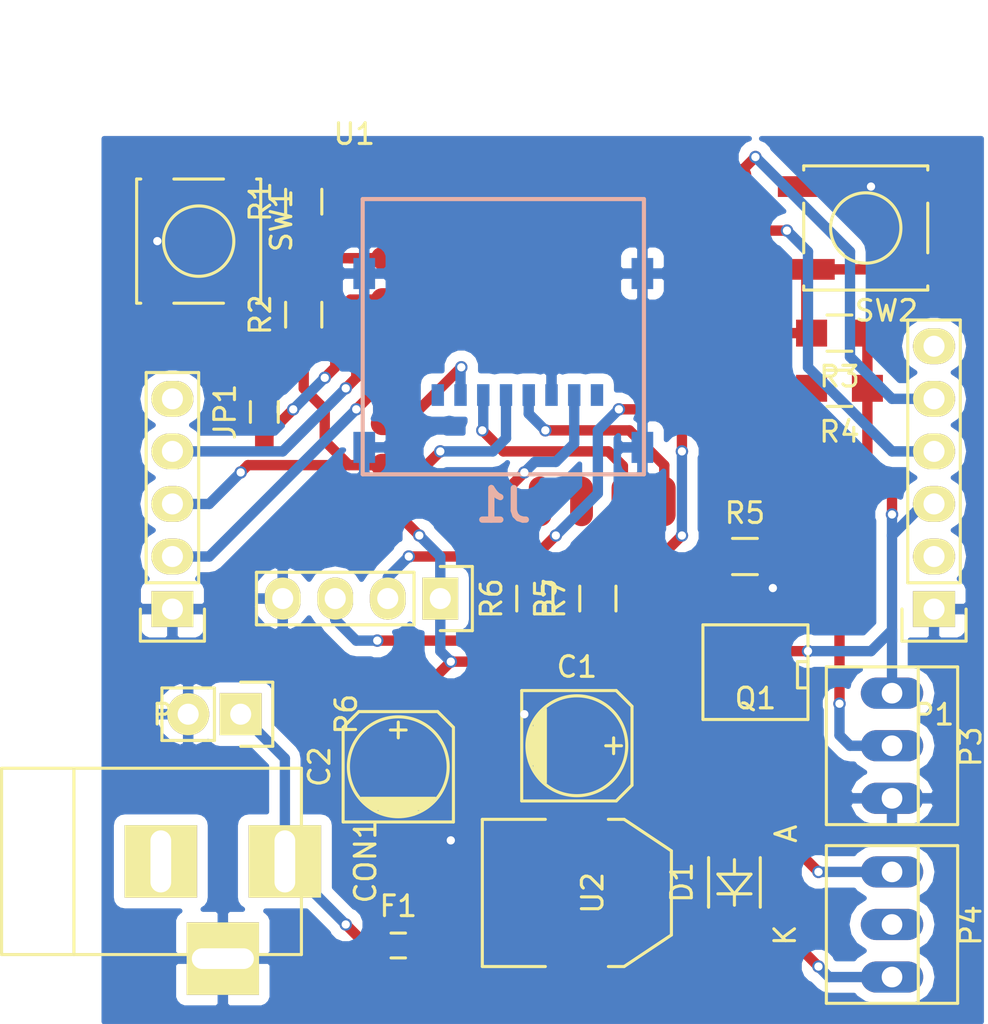
<source format=kicad_pcb>
(kicad_pcb (version 4) (host pcbnew 4.0.2-stable)

  (general
    (links 70)
    (no_connects 3)
    (area 150.112379 92.823799 198.423 142.693619)
    (thickness 1.6)
    (drawings 0)
    (tracks 238)
    (zones 0)
    (modules 25)
    (nets 22)
  )

  (page A4)
  (layers
    (0 F.Cu signal)
    (31 B.Cu signal)
    (32 B.Adhes user)
    (33 F.Adhes user)
    (34 B.Paste user)
    (35 F.Paste user)
    (36 B.SilkS user)
    (37 F.SilkS user)
    (38 B.Mask user)
    (39 F.Mask user)
    (40 Dwgs.User user)
    (41 Cmts.User user)
    (42 Eco1.User user)
    (43 Eco2.User user)
    (44 Edge.Cuts user)
    (45 Margin user)
    (46 B.CrtYd user)
    (47 F.CrtYd user)
    (48 B.Fab user)
    (49 F.Fab user)
  )

  (setup
    (last_trace_width 0.5)
    (trace_clearance 0.2)
    (zone_clearance 0.508)
    (zone_45_only no)
    (trace_min 0.2)
    (segment_width 0.2)
    (edge_width 0.1)
    (via_size 0.6)
    (via_drill 0.4)
    (via_min_size 0.4)
    (via_min_drill 0.3)
    (uvia_size 0.3)
    (uvia_drill 0.1)
    (uvias_allowed no)
    (uvia_min_size 0.2)
    (uvia_min_drill 0.1)
    (pcb_text_width 0.3)
    (pcb_text_size 1.5 1.5)
    (mod_edge_width 0.15)
    (mod_text_size 1 1)
    (mod_text_width 0.15)
    (pad_size 1.5 1.5)
    (pad_drill 0.6)
    (pad_to_mask_clearance 0)
    (aux_axis_origin 0 0)
    (grid_origin 190.5 112.395)
    (visible_elements FFFFFFFF)
    (pcbplotparams
      (layerselection 0x00030_80000001)
      (usegerberextensions false)
      (excludeedgelayer true)
      (linewidth 0.100000)
      (plotframeref false)
      (viasonmask false)
      (mode 1)
      (useauxorigin false)
      (hpglpennumber 1)
      (hpglpenspeed 20)
      (hpglpendiameter 15)
      (hpglpenoverlay 2)
      (psnegative false)
      (psa4output false)
      (plotreference true)
      (plotvalue true)
      (plotinvisibletext false)
      (padsonsilk false)
      (subtractmaskfromsilk false)
      (outputformat 4)
      (mirror false)
      (drillshape 0)
      (scaleselection 1)
      (outputdirectory ""))
  )

  (net 0 "")
  (net 1 "Net-(C1-Pad1)")
  (net 2 GND)
  (net 3 VCC)
  (net 4 +9V)
  (net 5 "Net-(D1-Pad2)")
  (net 6 "Net-(P1-Pad4)")
  (net 7 "Net-(P1-Pad5)")
  (net 8 "Net-(P2-Pad2)")
  (net 9 "Net-(P2-Pad4)")
  (net 10 "Net-(P3-Pad2)")
  (net 11 "Net-(Q1-Pad4)")
  (net 12 "Net-(R2-Pad2)")
  (net 13 "Net-(R3-Pad2)")
  (net 14 "Net-(P5-Pad2)")
  (net 15 "Net-(P5-Pad3)")
  (net 16 "Net-(J1-Pad2)")
  (net 17 "Net-(J1-Pad3)")
  (net 18 "Net-(J1-Pad5)")
  (net 19 "Net-(J1-Pad7)")
  (net 20 "Net-(JP1-Pad1)")
  (net 21 "Net-(JP1-Pad2)")

  (net_class Default "This is the default net class."
    (clearance 0.2)
    (trace_width 0.5)
    (via_dia 0.6)
    (via_drill 0.4)
    (uvia_dia 0.3)
    (uvia_drill 0.1)
    (add_net GND)
    (add_net "Net-(C1-Pad1)")
    (add_net "Net-(D1-Pad2)")
    (add_net "Net-(J1-Pad2)")
    (add_net "Net-(J1-Pad3)")
    (add_net "Net-(J1-Pad5)")
    (add_net "Net-(J1-Pad7)")
    (add_net "Net-(JP1-Pad1)")
    (add_net "Net-(JP1-Pad2)")
    (add_net "Net-(P1-Pad4)")
    (add_net "Net-(P1-Pad5)")
    (add_net "Net-(P2-Pad2)")
    (add_net "Net-(P2-Pad4)")
    (add_net "Net-(P3-Pad2)")
    (add_net "Net-(P5-Pad2)")
    (add_net "Net-(P5-Pad3)")
    (add_net "Net-(Q1-Pad4)")
    (add_net "Net-(R2-Pad2)")
    (add_net "Net-(R3-Pad2)")
  )

  (net_class Power ""
    (clearance 0.3)
    (trace_width 0.5)
    (via_dia 0.6)
    (via_drill 0.4)
    (uvia_dia 0.3)
    (uvia_drill 0.1)
    (add_net +9V)
    (add_net VCC)
  )

  (module Capacitors_SMD:c_elec_5x5.3 (layer F.Cu) (tedit 55725CA0) (tstamp 57951D78)
    (at 178.308 129.159)
    (descr "SMT capacitor, aluminium electrolytic, 5x5.3")
    (path /56E7FC01)
    (attr smd)
    (fp_text reference C1 (at 0 -3.81) (layer F.SilkS)
      (effects (font (size 1 1) (thickness 0.15)))
    )
    (fp_text value 10µ (at 0 3.81) (layer F.Fab)
      (effects (font (size 1 1) (thickness 0.15)))
    )
    (fp_line (start -3.95 -3) (end 3.95 -3) (layer F.CrtYd) (width 0.05))
    (fp_line (start 3.95 -3) (end 3.95 3) (layer F.CrtYd) (width 0.05))
    (fp_line (start 3.95 3) (end -3.95 3) (layer F.CrtYd) (width 0.05))
    (fp_line (start -3.95 3) (end -3.95 -3) (layer F.CrtYd) (width 0.05))
    (fp_line (start -2.286 -0.635) (end -2.286 0.762) (layer F.SilkS) (width 0.15))
    (fp_line (start -2.159 -0.889) (end -2.159 0.889) (layer F.SilkS) (width 0.15))
    (fp_line (start -2.032 -1.27) (end -2.032 1.27) (layer F.SilkS) (width 0.15))
    (fp_line (start -1.905 1.397) (end -1.905 -1.397) (layer F.SilkS) (width 0.15))
    (fp_line (start -1.778 -1.524) (end -1.778 1.524) (layer F.SilkS) (width 0.15))
    (fp_line (start -1.651 1.651) (end -1.651 -1.651) (layer F.SilkS) (width 0.15))
    (fp_line (start -1.524 -1.778) (end -1.524 1.778) (layer F.SilkS) (width 0.15))
    (fp_line (start -2.667 -2.667) (end 1.905 -2.667) (layer F.SilkS) (width 0.15))
    (fp_line (start 1.905 -2.667) (end 2.667 -1.905) (layer F.SilkS) (width 0.15))
    (fp_line (start 2.667 -1.905) (end 2.667 1.905) (layer F.SilkS) (width 0.15))
    (fp_line (start 2.667 1.905) (end 1.905 2.667) (layer F.SilkS) (width 0.15))
    (fp_line (start 1.905 2.667) (end -2.667 2.667) (layer F.SilkS) (width 0.15))
    (fp_line (start -2.667 2.667) (end -2.667 -2.667) (layer F.SilkS) (width 0.15))
    (fp_line (start 2.159 0) (end 1.397 0) (layer F.SilkS) (width 0.15))
    (fp_line (start 1.778 -0.381) (end 1.778 0.381) (layer F.SilkS) (width 0.15))
    (fp_circle (center 0 0) (end -2.413 0) (layer F.SilkS) (width 0.15))
    (pad 1 smd rect (at 2.19964 0) (size 2.99974 1.6002) (layers F.Cu F.Paste F.Mask)
      (net 1 "Net-(C1-Pad1)"))
    (pad 2 smd rect (at -2.19964 0) (size 2.99974 1.6002) (layers F.Cu F.Paste F.Mask)
      (net 2 GND))
    (model Capacitors_SMD.3dshapes/c_elec_5x5.3.wrl
      (at (xyz 0 0 0))
      (scale (xyz 1 1 1))
      (rotate (xyz 0 0 0))
    )
  )

  (module Capacitors_SMD:c_elec_5x5.3 (layer F.Cu) (tedit 55725CA0) (tstamp 57951D7E)
    (at 169.672 130.175 90)
    (descr "SMT capacitor, aluminium electrolytic, 5x5.3")
    (path /56E7FC51)
    (attr smd)
    (fp_text reference C2 (at 0 -3.81 90) (layer F.SilkS)
      (effects (font (size 1 1) (thickness 0.15)))
    )
    (fp_text value 10µ (at 0 3.81 90) (layer F.Fab)
      (effects (font (size 1 1) (thickness 0.15)))
    )
    (fp_line (start -3.95 -3) (end 3.95 -3) (layer F.CrtYd) (width 0.05))
    (fp_line (start 3.95 -3) (end 3.95 3) (layer F.CrtYd) (width 0.05))
    (fp_line (start 3.95 3) (end -3.95 3) (layer F.CrtYd) (width 0.05))
    (fp_line (start -3.95 3) (end -3.95 -3) (layer F.CrtYd) (width 0.05))
    (fp_line (start -2.286 -0.635) (end -2.286 0.762) (layer F.SilkS) (width 0.15))
    (fp_line (start -2.159 -0.889) (end -2.159 0.889) (layer F.SilkS) (width 0.15))
    (fp_line (start -2.032 -1.27) (end -2.032 1.27) (layer F.SilkS) (width 0.15))
    (fp_line (start -1.905 1.397) (end -1.905 -1.397) (layer F.SilkS) (width 0.15))
    (fp_line (start -1.778 -1.524) (end -1.778 1.524) (layer F.SilkS) (width 0.15))
    (fp_line (start -1.651 1.651) (end -1.651 -1.651) (layer F.SilkS) (width 0.15))
    (fp_line (start -1.524 -1.778) (end -1.524 1.778) (layer F.SilkS) (width 0.15))
    (fp_line (start -2.667 -2.667) (end 1.905 -2.667) (layer F.SilkS) (width 0.15))
    (fp_line (start 1.905 -2.667) (end 2.667 -1.905) (layer F.SilkS) (width 0.15))
    (fp_line (start 2.667 -1.905) (end 2.667 1.905) (layer F.SilkS) (width 0.15))
    (fp_line (start 2.667 1.905) (end 1.905 2.667) (layer F.SilkS) (width 0.15))
    (fp_line (start 1.905 2.667) (end -2.667 2.667) (layer F.SilkS) (width 0.15))
    (fp_line (start -2.667 2.667) (end -2.667 -2.667) (layer F.SilkS) (width 0.15))
    (fp_line (start 2.159 0) (end 1.397 0) (layer F.SilkS) (width 0.15))
    (fp_line (start 1.778 -0.381) (end 1.778 0.381) (layer F.SilkS) (width 0.15))
    (fp_circle (center 0 0) (end -2.413 0) (layer F.SilkS) (width 0.15))
    (pad 1 smd rect (at 2.19964 0 90) (size 2.99974 1.6002) (layers F.Cu F.Paste F.Mask)
      (net 3 VCC))
    (pad 2 smd rect (at -2.19964 0 90) (size 2.99974 1.6002) (layers F.Cu F.Paste F.Mask)
      (net 2 GND))
    (model Capacitors_SMD.3dshapes/c_elec_5x5.3.wrl
      (at (xyz 0 0 0))
      (scale (xyz 1 1 1))
      (rotate (xyz 0 0 0))
    )
  )

  (module Diodes_SMD:MELF_Handsoldering (layer F.Cu) (tedit 552FE6B7) (tstamp 57951D84)
    (at 185.928 135.763 90)
    (descr "Diode MELF Handsoldering")
    (tags "Diode MELF Handsoldering")
    (path /5755B74D)
    (attr smd)
    (fp_text reference D1 (at 0 -2.54 90) (layer F.SilkS)
      (effects (font (size 1 1) (thickness 0.15)))
    )
    (fp_text value D (at 0 3.81 90) (layer F.Fab)
      (effects (font (size 1 1) (thickness 0.15)))
    )
    (fp_line (start -5.4 -1.6) (end 5.4 -1.6) (layer F.CrtYd) (width 0.05))
    (fp_line (start 5.4 -1.6) (end 5.4 1.6) (layer F.CrtYd) (width 0.05))
    (fp_line (start 5.4 1.6) (end -5.4 1.6) (layer F.CrtYd) (width 0.05))
    (fp_line (start -5.4 1.6) (end -5.4 -1.6) (layer F.CrtYd) (width 0.05))
    (fp_line (start 0.39878 0) (end 1.09982 0) (layer F.SilkS) (width 0.15))
    (fp_line (start -0.55118 0) (end -1.09982 0) (layer F.SilkS) (width 0.15))
    (fp_line (start -0.55118 0) (end -0.55118 0.8001) (layer F.SilkS) (width 0.15))
    (fp_line (start -0.55118 0) (end -0.55118 -0.8001) (layer F.SilkS) (width 0.15))
    (fp_line (start -0.55118 0) (end 0.39878 -0.8001) (layer F.SilkS) (width 0.15))
    (fp_line (start 0.39878 -0.8001) (end 0.39878 0.8001) (layer F.SilkS) (width 0.15))
    (fp_line (start 0.39878 0.8001) (end -0.55118 0) (layer F.SilkS) (width 0.15))
    (fp_text user K (at -2.55 2.45 90) (layer F.SilkS)
      (effects (font (size 1 1) (thickness 0.15)))
    )
    (fp_text user A (at 2.35 2.5 90) (layer F.SilkS)
      (effects (font (size 1 1) (thickness 0.15)))
    )
    (fp_line (start -1.09982 -1.24968) (end -1.19888 -1.24968) (layer F.SilkS) (width 0.15))
    (fp_line (start -1.09982 1.24968) (end -1.19888 1.24968) (layer F.SilkS) (width 0.15))
    (fp_line (start 1.19888 -1.24968) (end -1.15062 -1.24968) (layer F.SilkS) (width 0.15))
    (fp_line (start 1.19888 1.24968) (end -1.04902 1.24968) (layer F.SilkS) (width 0.15))
    (pad 1 smd rect (at -3.40106 0 90) (size 3.50012 2.70002) (layers F.Cu F.Paste F.Mask)
      (net 4 +9V))
    (pad 2 smd rect (at 3.40106 0 90) (size 3.50012 2.70002) (layers F.Cu F.Paste F.Mask)
      (net 5 "Net-(D1-Pad2)"))
    (model Diodes_SMD.3dshapes/MELF_Handsoldering.wrl
      (at (xyz 0 0 0))
      (scale (xyz 0.3937 0.3937 0.3937))
      (rotate (xyz 0 0 180))
    )
  )

  (module Capacitors_SMD:C_0603_HandSoldering (layer F.Cu) (tedit 541A9B4D) (tstamp 57951D8A)
    (at 169.672 138.811)
    (descr "Capacitor SMD 0603, hand soldering")
    (tags "capacitor 0603")
    (path /56E7FBBB)
    (attr smd)
    (fp_text reference F1 (at 0 -1.9) (layer F.SilkS)
      (effects (font (size 1 1) (thickness 0.15)))
    )
    (fp_text value 0.1A (at 0 1.9) (layer F.Fab)
      (effects (font (size 1 1) (thickness 0.15)))
    )
    (fp_line (start -1.85 -0.75) (end 1.85 -0.75) (layer F.CrtYd) (width 0.05))
    (fp_line (start -1.85 0.75) (end 1.85 0.75) (layer F.CrtYd) (width 0.05))
    (fp_line (start -1.85 -0.75) (end -1.85 0.75) (layer F.CrtYd) (width 0.05))
    (fp_line (start 1.85 -0.75) (end 1.85 0.75) (layer F.CrtYd) (width 0.05))
    (fp_line (start -0.35 -0.6) (end 0.35 -0.6) (layer F.SilkS) (width 0.15))
    (fp_line (start 0.35 0.6) (end -0.35 0.6) (layer F.SilkS) (width 0.15))
    (pad 1 smd rect (at -0.95 0) (size 1.2 0.75) (layers F.Cu F.Paste F.Mask)
      (net 4 +9V))
    (pad 2 smd rect (at 0.95 0) (size 1.2 0.75) (layers F.Cu F.Paste F.Mask)
      (net 1 "Net-(C1-Pad1)"))
    (model Capacitors_SMD.3dshapes/C_0603_HandSoldering.wrl
      (at (xyz 0 0 0))
      (scale (xyz 1 1 1))
      (rotate (xyz 0 0 0))
    )
  )

  (module Pin_Headers:Pin_Header_Straight_1x06 (layer F.Cu) (tedit 57AA406F) (tstamp 57951D94)
    (at 195.58 122.555 180)
    (descr "Through hole pin header")
    (tags "pin header")
    (path /56E7D2E4)
    (fp_text reference P1 (at 0 -5.1 180) (layer F.SilkS)
      (effects (font (size 1 1) (thickness 0.15)))
    )
    (fp_text value "FTDI ESP" (at 2.921 2.667 270) (layer F.Fab)
      (effects (font (size 1 1) (thickness 0.15)))
    )
    (fp_line (start -1.75 -1.75) (end -1.75 14.45) (layer F.CrtYd) (width 0.05))
    (fp_line (start 1.75 -1.75) (end 1.75 14.45) (layer F.CrtYd) (width 0.05))
    (fp_line (start -1.75 -1.75) (end 1.75 -1.75) (layer F.CrtYd) (width 0.05))
    (fp_line (start -1.75 14.45) (end 1.75 14.45) (layer F.CrtYd) (width 0.05))
    (fp_line (start 1.27 1.27) (end 1.27 13.97) (layer F.SilkS) (width 0.15))
    (fp_line (start 1.27 13.97) (end -1.27 13.97) (layer F.SilkS) (width 0.15))
    (fp_line (start -1.27 13.97) (end -1.27 1.27) (layer F.SilkS) (width 0.15))
    (fp_line (start 1.55 -1.55) (end 1.55 0) (layer F.SilkS) (width 0.15))
    (fp_line (start 1.27 1.27) (end -1.27 1.27) (layer F.SilkS) (width 0.15))
    (fp_line (start -1.55 0) (end -1.55 -1.55) (layer F.SilkS) (width 0.15))
    (fp_line (start -1.55 -1.55) (end 1.55 -1.55) (layer F.SilkS) (width 0.15))
    (pad 1 thru_hole rect (at 0 0 180) (size 2.032 1.7272) (drill 1.016) (layers *.Cu *.Mask F.SilkS)
      (net 2 GND))
    (pad 2 thru_hole oval (at 0 2.54 180) (size 2.032 1.7272) (drill 1.016) (layers *.Cu *.Mask F.SilkS))
    (pad 3 thru_hole oval (at 0 5.08 180) (size 2.032 1.7272) (drill 1.016) (layers *.Cu *.Mask F.SilkS)
      (net 3 VCC))
    (pad 4 thru_hole oval (at 0 7.62 180) (size 2.032 1.7272) (drill 1.016) (layers *.Cu *.Mask F.SilkS)
      (net 6 "Net-(P1-Pad4)"))
    (pad 5 thru_hole oval (at 0 10.16 180) (size 2.032 1.7272) (drill 1.016) (layers *.Cu *.Mask F.SilkS)
      (net 7 "Net-(P1-Pad5)"))
    (pad 6 thru_hole oval (at 0 12.7 180) (size 2.032 1.7272) (drill 1.016) (layers *.Cu *.Mask F.SilkS))
    (model Pin_Headers.3dshapes/Pin_Header_Straight_1x06.wrl
      (at (xyz 0 -0.25 0))
      (scale (xyz 1 1 1))
      (rotate (xyz 0 0 90))
    )
  )

  (module Pin_Headers:Pin_Header_Straight_1x05 (layer F.Cu) (tedit 54EA0684) (tstamp 57951D9D)
    (at 158.75 122.555 180)
    (descr "Through hole pin header")
    (tags "pin header")
    (path /5755B2C6)
    (fp_text reference P2 (at 0 -5.1 180) (layer F.SilkS)
      (effects (font (size 1 1) (thickness 0.15)))
    )
    (fp_text value PPD42NS (at 0 -3.1 180) (layer F.Fab)
      (effects (font (size 1 1) (thickness 0.15)))
    )
    (fp_line (start -1.55 0) (end -1.55 -1.55) (layer F.SilkS) (width 0.15))
    (fp_line (start -1.55 -1.55) (end 1.55 -1.55) (layer F.SilkS) (width 0.15))
    (fp_line (start 1.55 -1.55) (end 1.55 0) (layer F.SilkS) (width 0.15))
    (fp_line (start -1.75 -1.75) (end -1.75 11.95) (layer F.CrtYd) (width 0.05))
    (fp_line (start 1.75 -1.75) (end 1.75 11.95) (layer F.CrtYd) (width 0.05))
    (fp_line (start -1.75 -1.75) (end 1.75 -1.75) (layer F.CrtYd) (width 0.05))
    (fp_line (start -1.75 11.95) (end 1.75 11.95) (layer F.CrtYd) (width 0.05))
    (fp_line (start 1.27 1.27) (end 1.27 11.43) (layer F.SilkS) (width 0.15))
    (fp_line (start 1.27 11.43) (end -1.27 11.43) (layer F.SilkS) (width 0.15))
    (fp_line (start -1.27 11.43) (end -1.27 1.27) (layer F.SilkS) (width 0.15))
    (fp_line (start 1.27 1.27) (end -1.27 1.27) (layer F.SilkS) (width 0.15))
    (pad 1 thru_hole rect (at 0 0 180) (size 2.032 1.7272) (drill 1.016) (layers *.Cu *.Mask F.SilkS)
      (net 2 GND))
    (pad 2 thru_hole oval (at 0 2.54 180) (size 2.032 1.7272) (drill 1.016) (layers *.Cu *.Mask F.SilkS)
      (net 8 "Net-(P2-Pad2)"))
    (pad 3 thru_hole oval (at 0 5.08 180) (size 2.032 1.7272) (drill 1.016) (layers *.Cu *.Mask F.SilkS)
      (net 3 VCC))
    (pad 4 thru_hole oval (at 0 7.62 180) (size 2.032 1.7272) (drill 1.016) (layers *.Cu *.Mask F.SilkS)
      (net 9 "Net-(P2-Pad4)"))
    (pad 5 thru_hole oval (at 0 10.16 180) (size 2.032 1.7272) (drill 1.016) (layers *.Cu *.Mask F.SilkS))
    (model Pin_Headers.3dshapes/Pin_Header_Straight_1x05.wrl
      (at (xyz 0 -0.2 0))
      (scale (xyz 1 1 1))
      (rotate (xyz 0 0 90))
    )
  )

  (module Connect:PINHEAD1-3 (layer F.Cu) (tedit 0) (tstamp 57951DA4)
    (at 193.548 129.159 270)
    (path /5755B3C6)
    (attr virtual)
    (fp_text reference P3 (at 0.05 -3.8 270) (layer F.SilkS)
      (effects (font (size 1 1) (thickness 0.15)))
    )
    (fp_text value DHT22 (at 0 3.81 270) (layer F.Fab)
      (effects (font (size 1 1) (thickness 0.15)))
    )
    (fp_line (start -3.81 -3.175) (end -3.81 3.175) (layer F.SilkS) (width 0.15))
    (fp_line (start 3.81 -3.175) (end 3.81 3.175) (layer F.SilkS) (width 0.15))
    (fp_line (start 3.81 -1.27) (end -3.81 -1.27) (layer F.SilkS) (width 0.15))
    (fp_line (start -3.81 -3.175) (end 3.81 -3.175) (layer F.SilkS) (width 0.15))
    (fp_line (start 3.81 3.175) (end -3.81 3.175) (layer F.SilkS) (width 0.15))
    (pad 1 thru_hole oval (at -2.54 0 270) (size 1.50622 3.01498) (drill 0.99822) (layers *.Cu *.Mask)
      (net 3 VCC))
    (pad 2 thru_hole oval (at 0 0 270) (size 1.50622 3.01498) (drill 0.99822) (layers *.Cu *.Mask)
      (net 10 "Net-(P3-Pad2)"))
    (pad 3 thru_hole oval (at 2.54 0 270) (size 1.50622 3.01498) (drill 0.99822) (layers *.Cu *.Mask)
      (net 2 GND))
  )

  (module Connect:PINHEAD1-3 (layer F.Cu) (tedit 0) (tstamp 57951DAB)
    (at 193.548 137.795 270)
    (path /5755B535)
    (attr virtual)
    (fp_text reference P4 (at 0.05 -3.8 270) (layer F.SilkS)
      (effects (font (size 1 1) (thickness 0.15)))
    )
    (fp_text value Fan (at 0 3.81 270) (layer F.Fab)
      (effects (font (size 1 1) (thickness 0.15)))
    )
    (fp_line (start -3.81 -3.175) (end -3.81 3.175) (layer F.SilkS) (width 0.15))
    (fp_line (start 3.81 -3.175) (end 3.81 3.175) (layer F.SilkS) (width 0.15))
    (fp_line (start 3.81 -1.27) (end -3.81 -1.27) (layer F.SilkS) (width 0.15))
    (fp_line (start -3.81 -3.175) (end 3.81 -3.175) (layer F.SilkS) (width 0.15))
    (fp_line (start 3.81 3.175) (end -3.81 3.175) (layer F.SilkS) (width 0.15))
    (pad 1 thru_hole oval (at -2.54 0 270) (size 1.50622 3.01498) (drill 0.99822) (layers *.Cu *.Mask)
      (net 5 "Net-(D1-Pad2)"))
    (pad 2 thru_hole oval (at 0 0 270) (size 1.50622 3.01498) (drill 0.99822) (layers *.Cu *.Mask))
    (pad 3 thru_hole oval (at 2.54 0 270) (size 1.50622 3.01498) (drill 0.99822) (layers *.Cu *.Mask)
      (net 4 +9V))
  )

  (module SMD_Packages:SOIC-8-N (layer F.Cu) (tedit 0) (tstamp 57951DB7)
    (at 186.944 125.603 180)
    (descr "Module Narrow CMS SOJ 8 pins large")
    (tags "CMS SOJ")
    (path /5755B5B8)
    (attr smd)
    (fp_text reference Q1 (at 0 -1.27 180) (layer F.SilkS)
      (effects (font (size 1 1) (thickness 0.15)))
    )
    (fp_text value IRF7401 (at 0 1.27 180) (layer F.Fab)
      (effects (font (size 1 1) (thickness 0.15)))
    )
    (fp_line (start -2.54 -2.286) (end 2.54 -2.286) (layer F.SilkS) (width 0.15))
    (fp_line (start 2.54 -2.286) (end 2.54 2.286) (layer F.SilkS) (width 0.15))
    (fp_line (start 2.54 2.286) (end -2.54 2.286) (layer F.SilkS) (width 0.15))
    (fp_line (start -2.54 2.286) (end -2.54 -2.286) (layer F.SilkS) (width 0.15))
    (fp_line (start -2.54 -0.762) (end -2.032 -0.762) (layer F.SilkS) (width 0.15))
    (fp_line (start -2.032 -0.762) (end -2.032 0.508) (layer F.SilkS) (width 0.15))
    (fp_line (start -2.032 0.508) (end -2.54 0.508) (layer F.SilkS) (width 0.15))
    (pad 8 smd rect (at -1.905 -3.175 180) (size 0.508 1.143) (layers F.Cu F.Paste F.Mask))
    (pad 7 smd rect (at -0.635 -3.175 180) (size 0.508 1.143) (layers F.Cu F.Paste F.Mask)
      (net 5 "Net-(D1-Pad2)"))
    (pad 6 smd rect (at 0.635 -3.175 180) (size 0.508 1.143) (layers F.Cu F.Paste F.Mask)
      (net 5 "Net-(D1-Pad2)"))
    (pad 5 smd rect (at 1.905 -3.175 180) (size 0.508 1.143) (layers F.Cu F.Paste F.Mask)
      (net 5 "Net-(D1-Pad2)"))
    (pad 4 smd rect (at 1.905 3.175 180) (size 0.508 1.143) (layers F.Cu F.Paste F.Mask)
      (net 11 "Net-(Q1-Pad4)"))
    (pad 3 smd rect (at 0.635 3.175 180) (size 0.508 1.143) (layers F.Cu F.Paste F.Mask)
      (net 2 GND))
    (pad 2 smd rect (at -0.635 3.175 180) (size 0.508 1.143) (layers F.Cu F.Paste F.Mask)
      (net 2 GND))
    (pad 1 smd rect (at -1.905 3.175 180) (size 0.508 1.143) (layers F.Cu F.Paste F.Mask)
      (net 2 GND))
    (model SMD_Packages.3dshapes/SOIC-8-N.wrl
      (at (xyz 0 0 0))
      (scale (xyz 0.5 0.38 0.5))
      (rotate (xyz 0 0 0))
    )
  )

  (module Buttons_Switches_SMD:SW_SPST_EVPBF (layer F.Cu) (tedit 57951E54) (tstamp 57951DDD)
    (at 160.02 104.775 270)
    (descr "Light Touch Switch")
    (path /56EBDFFA)
    (attr smd)
    (fp_text reference SW1 (at -1 -4 270) (layer F.SilkS)
      (effects (font (size 1 1) (thickness 0.15)))
    )
    (fp_text value Reset (at 0 5.08 270) (layer F.Fab)
      (effects (font (size 1 1) (thickness 0.15)))
    )
    (fp_line (start -4.5 -3.25) (end 4.5 -3.25) (layer F.CrtYd) (width 0.05))
    (fp_line (start 4.5 -3.25) (end 4.5 3.25) (layer F.CrtYd) (width 0.05))
    (fp_line (start 4.5 3.25) (end -4.5 3.25) (layer F.CrtYd) (width 0.05))
    (fp_line (start -4.5 3.25) (end -4.5 -3.25) (layer F.CrtYd) (width 0.05))
    (fp_line (start 3 -3) (end 3 -2.8) (layer F.SilkS) (width 0.15))
    (fp_line (start 3 3) (end 3 2.8) (layer F.SilkS) (width 0.15))
    (fp_line (start -3 3) (end -3 2.8) (layer F.SilkS) (width 0.15))
    (fp_line (start -3 -3) (end -3 -2.8) (layer F.SilkS) (width 0.15))
    (fp_line (start -3 -1.2) (end -3 1.2) (layer F.SilkS) (width 0.15))
    (fp_line (start 3 -1.2) (end 3 1.2) (layer F.SilkS) (width 0.15))
    (fp_line (start 3 -3) (end -3 -3) (layer F.SilkS) (width 0.15))
    (fp_line (start -3 3) (end 3 3) (layer F.SilkS) (width 0.15))
    (fp_circle (center 0 0) (end 1.7 0) (layer F.SilkS) (width 0.15))
    (pad 1 smd rect (at 2.875 -2 270) (size 2.75 1) (layers F.Cu F.Paste F.Mask)
      (net 21 "Net-(JP1-Pad2)"))
    (pad 1 smd rect (at -2.875 -2 270) (size 2.75 1) (layers F.Cu F.Paste F.Mask)
      (net 21 "Net-(JP1-Pad2)"))
    (pad 2 smd rect (at -2.875 2 270) (size 2.75 1) (layers F.Cu F.Paste F.Mask)
      (net 2 GND))
    (pad 2 smd rect (at 2.875 2 270) (size 2.75 1) (layers F.Cu F.Paste F.Mask)
      (net 2 GND))
  )

  (module Buttons_Switches_SMD:SW_SPST_EVPBF (layer F.Cu) (tedit 57951E5B) (tstamp 57951DE5)
    (at 192.278 104.14 180)
    (descr "Light Touch Switch")
    (path /56EBDC53)
    (attr smd)
    (fp_text reference SW2 (at -1 -4 180) (layer F.SilkS)
      (effects (font (size 1 1) (thickness 0.15)))
    )
    (fp_text value Flash (at 0 5.08 180) (layer F.Fab)
      (effects (font (size 1 1) (thickness 0.15)))
    )
    (fp_line (start -4.5 -3.25) (end 4.5 -3.25) (layer F.CrtYd) (width 0.05))
    (fp_line (start 4.5 -3.25) (end 4.5 3.25) (layer F.CrtYd) (width 0.05))
    (fp_line (start 4.5 3.25) (end -4.5 3.25) (layer F.CrtYd) (width 0.05))
    (fp_line (start -4.5 3.25) (end -4.5 -3.25) (layer F.CrtYd) (width 0.05))
    (fp_line (start 3 -3) (end 3 -2.8) (layer F.SilkS) (width 0.15))
    (fp_line (start 3 3) (end 3 2.8) (layer F.SilkS) (width 0.15))
    (fp_line (start -3 3) (end -3 2.8) (layer F.SilkS) (width 0.15))
    (fp_line (start -3 -3) (end -3 -2.8) (layer F.SilkS) (width 0.15))
    (fp_line (start -3 -1.2) (end -3 1.2) (layer F.SilkS) (width 0.15))
    (fp_line (start 3 -1.2) (end 3 1.2) (layer F.SilkS) (width 0.15))
    (fp_line (start 3 -3) (end -3 -3) (layer F.SilkS) (width 0.15))
    (fp_line (start -3 3) (end 3 3) (layer F.SilkS) (width 0.15))
    (fp_circle (center 0 0) (end 1.7 0) (layer F.SilkS) (width 0.15))
    (pad 1 smd rect (at 2.875 -2 180) (size 2.75 1) (layers F.Cu F.Paste F.Mask)
      (net 13 "Net-(R3-Pad2)"))
    (pad 1 smd rect (at -2.875 -2 180) (size 2.75 1) (layers F.Cu F.Paste F.Mask)
      (net 13 "Net-(R3-Pad2)"))
    (pad 2 smd rect (at -2.875 2 180) (size 2.75 1) (layers F.Cu F.Paste F.Mask)
      (net 2 GND))
    (pad 2 smd rect (at 2.875 2 180) (size 2.75 1) (layers F.Cu F.Paste F.Mask)
      (net 2 GND))
  )

  (module ESP8266:ESP-12E (layer F.Cu) (tedit 559F8D21) (tstamp 57951DFF)
    (at 169.545 101.6)
    (descr "Module, ESP-8266, ESP-12, 16 pad, SMD")
    (tags "Module ESP-8266 ESP8266")
    (path /56E7BC6E)
    (fp_text reference U1 (at -2 -2) (layer F.SilkS)
      (effects (font (size 1 1) (thickness 0.15)))
    )
    (fp_text value ESP-12E (at 8 1) (layer F.Fab)
      (effects (font (size 1 1) (thickness 0.15)))
    )
    (fp_line (start 16 -8.4) (end 0 -2.6) (layer F.CrtYd) (width 0.1524))
    (fp_line (start 0 -8.4) (end 16 -2.6) (layer F.CrtYd) (width 0.1524))
    (fp_text user "No Copper" (at 7.9 -5.4) (layer F.CrtYd)
      (effects (font (size 1 1) (thickness 0.15)))
    )
    (fp_line (start 0 -8.4) (end 0 -2.6) (layer F.CrtYd) (width 0.1524))
    (fp_line (start 0 -2.6) (end 16 -2.6) (layer F.CrtYd) (width 0.1524))
    (fp_line (start 16 -2.6) (end 16 -8.4) (layer F.CrtYd) (width 0.1524))
    (fp_line (start 16 -8.4) (end 0 -8.4) (layer F.CrtYd) (width 0.1524))
    (fp_line (start 16 -8.4) (end 16 15.6) (layer F.Fab) (width 0.1524))
    (fp_line (start 16 15.6) (end 0 15.6) (layer F.Fab) (width 0.1524))
    (fp_line (start 0 15.6) (end 0 -8.4) (layer F.Fab) (width 0.1524))
    (fp_line (start 0 -8.4) (end 16 -8.4) (layer F.Fab) (width 0.1524))
    (pad 9 smd oval (at 2.99 15.75 90) (size 2.4 1.1) (layers F.Cu F.Paste F.Mask))
    (pad 10 smd oval (at 4.99 15.75 90) (size 2.4 1.1) (layers F.Cu F.Paste F.Mask)
      (net 19 "Net-(J1-Pad7)"))
    (pad 11 smd oval (at 6.99 15.75 90) (size 2.4 1.1) (layers F.Cu F.Paste F.Mask))
    (pad 12 smd oval (at 8.99 15.75 90) (size 2.4 1.1) (layers F.Cu F.Paste F.Mask))
    (pad 13 smd oval (at 10.99 15.75 90) (size 2.4 1.1) (layers F.Cu F.Paste F.Mask)
      (net 17 "Net-(J1-Pad3)"))
    (pad 14 smd oval (at 12.99 15.75 90) (size 2.4 1.1) (layers F.Cu F.Paste F.Mask)
      (net 18 "Net-(J1-Pad5)"))
    (pad 1 smd rect (at 0 0) (size 2.4 1.1) (layers F.Cu F.Paste F.Mask)
      (net 21 "Net-(JP1-Pad2)"))
    (pad 2 smd oval (at 0 2) (size 2.4 1.1) (layers F.Cu F.Paste F.Mask))
    (pad 3 smd oval (at 0 4) (size 2.4 1.1) (layers F.Cu F.Paste F.Mask)
      (net 12 "Net-(R2-Pad2)"))
    (pad 4 smd oval (at 0 6) (size 2.4 1.1) (layers F.Cu F.Paste F.Mask)
      (net 20 "Net-(JP1-Pad1)"))
    (pad 5 smd oval (at 0 8) (size 2.4 1.1) (layers F.Cu F.Paste F.Mask)
      (net 9 "Net-(P2-Pad4)"))
    (pad 6 smd oval (at 0 10) (size 2.4 1.1) (layers F.Cu F.Paste F.Mask)
      (net 8 "Net-(P2-Pad2)"))
    (pad 7 smd oval (at 0 12) (size 2.4 1.1) (layers F.Cu F.Paste F.Mask)
      (net 16 "Net-(J1-Pad2)"))
    (pad 8 smd oval (at 0 14) (size 2.4 1.1) (layers F.Cu F.Paste F.Mask)
      (net 3 VCC))
    (pad 15 smd oval (at 16 14) (size 2.4 1.1) (layers F.Cu F.Paste F.Mask)
      (net 2 GND))
    (pad 16 smd oval (at 16 12) (size 2.4 1.1) (layers F.Cu F.Paste F.Mask)
      (net 11 "Net-(Q1-Pad4)"))
    (pad 17 smd oval (at 16 10) (size 2.4 1.1) (layers F.Cu F.Paste F.Mask)
      (net 10 "Net-(P3-Pad2)"))
    (pad 18 smd oval (at 16 8) (size 2.4 1.1) (layers F.Cu F.Paste F.Mask)
      (net 13 "Net-(R3-Pad2)"))
    (pad 19 smd oval (at 16 6) (size 2.4 1.1) (layers F.Cu F.Paste F.Mask)
      (net 15 "Net-(P5-Pad3)"))
    (pad 20 smd oval (at 16 4) (size 2.4 1.1) (layers F.Cu F.Paste F.Mask)
      (net 14 "Net-(P5-Pad2)"))
    (pad 21 smd oval (at 16 2) (size 2.4 1.1) (layers F.Cu F.Paste F.Mask)
      (net 6 "Net-(P1-Pad4)"))
    (pad 22 smd oval (at 16 0) (size 2.4 1.1) (layers F.Cu F.Paste F.Mask)
      (net 7 "Net-(P1-Pad5)"))
    (model ${ESPLIB}/ESP8266.3dshapes/ESP-12.wrl
      (at (xyz 0.04 0 0))
      (scale (xyz 0.3937 0.3937 0.3937))
      (rotate (xyz 0 0 0))
    )
  )

  (module Pin_Headers:Pin_Header_Straight_1x04 (layer F.Cu) (tedit 57AA3D48) (tstamp 57A21805)
    (at 171.704 122.047 270)
    (descr "Through hole pin header")
    (tags "pin header")
    (path /57A3B3E4)
    (fp_text reference P5 (at 0 -5.1 270) (layer F.SilkS)
      (effects (font (size 1 1) (thickness 0.15)))
    )
    (fp_text value I2C (at 2.54 4.572 360) (layer F.Fab)
      (effects (font (size 1 1) (thickness 0.15)))
    )
    (fp_line (start -1.75 -1.75) (end -1.75 9.4) (layer F.CrtYd) (width 0.05))
    (fp_line (start 1.75 -1.75) (end 1.75 9.4) (layer F.CrtYd) (width 0.05))
    (fp_line (start -1.75 -1.75) (end 1.75 -1.75) (layer F.CrtYd) (width 0.05))
    (fp_line (start -1.75 9.4) (end 1.75 9.4) (layer F.CrtYd) (width 0.05))
    (fp_line (start -1.27 1.27) (end -1.27 8.89) (layer F.SilkS) (width 0.15))
    (fp_line (start 1.27 1.27) (end 1.27 8.89) (layer F.SilkS) (width 0.15))
    (fp_line (start 1.55 -1.55) (end 1.55 0) (layer F.SilkS) (width 0.15))
    (fp_line (start -1.27 8.89) (end 1.27 8.89) (layer F.SilkS) (width 0.15))
    (fp_line (start 1.27 1.27) (end -1.27 1.27) (layer F.SilkS) (width 0.15))
    (fp_line (start -1.55 0) (end -1.55 -1.55) (layer F.SilkS) (width 0.15))
    (fp_line (start -1.55 -1.55) (end 1.55 -1.55) (layer F.SilkS) (width 0.15))
    (pad 1 thru_hole rect (at 0 0 270) (size 2.032 1.7272) (drill 1.016) (layers *.Cu *.Mask F.SilkS)
      (net 3 VCC))
    (pad 2 thru_hole oval (at 0 2.54 270) (size 2.032 1.7272) (drill 1.016) (layers *.Cu *.Mask F.SilkS)
      (net 14 "Net-(P5-Pad2)"))
    (pad 3 thru_hole oval (at 0 5.08 270) (size 2.032 1.7272) (drill 1.016) (layers *.Cu *.Mask F.SilkS)
      (net 15 "Net-(P5-Pad3)"))
    (pad 4 thru_hole oval (at 0 7.62 270) (size 2.032 1.7272) (drill 1.016) (layers *.Cu *.Mask F.SilkS)
      (net 2 GND))
    (model Pin_Headers.3dshapes/Pin_Header_Straight_1x04.wrl
      (at (xyz 0 -0.15 0))
      (scale (xyz 1 1 1))
      (rotate (xyz 0 0 90))
    )
  )

  (module Footprints:MICRO_SD_HINGE_AMP (layer B.Cu) (tedit 51C8CD76) (tstamp 57AA3B45)
    (at 174.752 102.743 180)
    (path /57AA5782)
    (fp_text reference J1 (at 0 -14.8 180) (layer B.SilkS)
      (effects (font (thickness 0.3048)) (justify mirror))
    )
    (fp_text value MicroSD (at 0 1 180) (layer B.SilkS) hide
      (effects (font (thickness 0.3048)) (justify mirror))
    )
    (fp_line (start 6.79958 0) (end 6.79958 -13.29944) (layer B.SilkS) (width 0.20066))
    (fp_line (start 6.79958 -13.29944) (end -6.79958 -13.29944) (layer B.SilkS) (width 0.20066))
    (fp_line (start -6.79958 -13.29944) (end -6.79958 0) (layer B.SilkS) (width 0.20066))
    (fp_line (start -6.79958 0) (end 6.79958 0) (layer B.SilkS) (width 0.20066))
    (pad 1 smd rect (at 3.16992 -9.46912 180) (size 0.59944 1.04902) (layers B.Cu B.Paste B.Mask))
    (pad 2 smd rect (at 2.0701 -9.46912 180) (size 0.59944 1.04902) (layers B.Cu B.Paste B.Mask)
      (net 16 "Net-(J1-Pad2)"))
    (pad 3 smd rect (at 0.97028 -9.46912 180) (size 0.59944 1.04902) (layers B.Cu B.Paste B.Mask)
      (net 17 "Net-(J1-Pad3)"))
    (pad 4 smd rect (at -0.12954 -9.46912 180) (size 0.59944 1.04902) (layers B.Cu B.Paste B.Mask)
      (net 3 VCC))
    (pad 5 smd rect (at -1.22936 -9.46912 180) (size 0.59944 1.04902) (layers B.Cu B.Paste B.Mask)
      (net 18 "Net-(J1-Pad5)"))
    (pad 6 smd rect (at -2.32918 -9.46912 180) (size 0.59944 1.04902) (layers B.Cu B.Paste B.Mask)
      (net 2 GND))
    (pad 7 smd rect (at -3.429 -9.46912 180) (size 0.59944 1.04902) (layers B.Cu B.Paste B.Mask)
      (net 19 "Net-(J1-Pad7)"))
    (pad 8 smd rect (at -4.52882 -9.46912 180) (size 0.59944 1.04902) (layers B.Cu B.Paste B.Mask))
    (pad SHLD smd rect (at 6.72592 -11.99896 180) (size 1.04902 1.50114) (layers B.Cu B.Paste B.Mask)
      (net 2 GND))
    (pad SHLD smd rect (at -6.72592 -11.99896 180) (size 1.04902 1.50114) (layers B.Cu B.Paste B.Mask)
      (net 2 GND))
    (pad SHLD smd rect (at 6.72592 -3.59918 180) (size 1.04902 1.50114) (layers B.Cu B.Paste B.Mask)
      (net 2 GND))
    (pad SHLD smd rect (at -6.72592 -3.59918 180) (size 1.04902 1.50114) (layers B.Cu B.Paste B.Mask)
      (net 2 GND))
    (model 3D/SD-Amp-microSlot.wrl
      (at (xyz 0 -0.261181 0))
      (scale (xyz 0.3937 0.3937 0.3937))
      (rotate (xyz 0 0 0))
    )
  )

  (module Resistors_SMD:R_0603_HandSoldering (layer F.Cu) (tedit 5418A00F) (tstamp 57AA3B4B)
    (at 163.195 113.03 90)
    (descr "Resistor SMD 0603, hand soldering")
    (tags "resistor 0603")
    (path /57AA653D)
    (attr smd)
    (fp_text reference JP1 (at 0 -1.9 90) (layer F.SilkS)
      (effects (font (size 1 1) (thickness 0.15)))
    )
    (fp_text value Sleep (at 0 1.9 90) (layer F.Fab)
      (effects (font (size 1 1) (thickness 0.15)))
    )
    (fp_line (start -2 -0.8) (end 2 -0.8) (layer F.CrtYd) (width 0.05))
    (fp_line (start -2 0.8) (end 2 0.8) (layer F.CrtYd) (width 0.05))
    (fp_line (start -2 -0.8) (end -2 0.8) (layer F.CrtYd) (width 0.05))
    (fp_line (start 2 -0.8) (end 2 0.8) (layer F.CrtYd) (width 0.05))
    (fp_line (start 0.5 0.675) (end -0.5 0.675) (layer F.SilkS) (width 0.15))
    (fp_line (start -0.5 -0.675) (end 0.5 -0.675) (layer F.SilkS) (width 0.15))
    (pad 1 smd rect (at -1.1 0 90) (size 1.2 0.9) (layers F.Cu F.Paste F.Mask)
      (net 20 "Net-(JP1-Pad1)"))
    (pad 2 smd rect (at 1.1 0 90) (size 1.2 0.9) (layers F.Cu F.Paste F.Mask)
      (net 21 "Net-(JP1-Pad2)"))
    (model Resistors_SMD.3dshapes/R_0603_HandSoldering.wrl
      (at (xyz 0 0 0))
      (scale (xyz 1 1 1))
      (rotate (xyz 0 0 0))
    )
  )

  (module Resistors_SMD:R_0805_HandSoldering (layer F.Cu) (tedit 54189DEE) (tstamp 57AA3B4C)
    (at 165.1 102.87 90)
    (descr "Resistor SMD 0805, hand soldering")
    (tags "resistor 0805")
    (path /56EBDF7B)
    (attr smd)
    (fp_text reference R1 (at 0 -2.1 90) (layer F.SilkS)
      (effects (font (size 1 1) (thickness 0.15)))
    )
    (fp_text value 10k (at 0 2.1 90) (layer F.Fab)
      (effects (font (size 1 1) (thickness 0.15)))
    )
    (fp_line (start -2.4 -1) (end 2.4 -1) (layer F.CrtYd) (width 0.05))
    (fp_line (start -2.4 1) (end 2.4 1) (layer F.CrtYd) (width 0.05))
    (fp_line (start -2.4 -1) (end -2.4 1) (layer F.CrtYd) (width 0.05))
    (fp_line (start 2.4 -1) (end 2.4 1) (layer F.CrtYd) (width 0.05))
    (fp_line (start 0.6 0.875) (end -0.6 0.875) (layer F.SilkS) (width 0.15))
    (fp_line (start -0.6 -0.875) (end 0.6 -0.875) (layer F.SilkS) (width 0.15))
    (pad 1 smd rect (at -1.35 0 90) (size 1.5 1.3) (layers F.Cu F.Paste F.Mask)
      (net 3 VCC))
    (pad 2 smd rect (at 1.35 0 90) (size 1.5 1.3) (layers F.Cu F.Paste F.Mask)
      (net 21 "Net-(JP1-Pad2)"))
    (model Resistors_SMD.3dshapes/R_0805_HandSoldering.wrl
      (at (xyz 0 0 0))
      (scale (xyz 1 1 1))
      (rotate (xyz 0 0 0))
    )
  )

  (module Resistors_SMD:R_0805_HandSoldering (layer F.Cu) (tedit 54189DEE) (tstamp 57AA3B51)
    (at 165.1 108.331 90)
    (descr "Resistor SMD 0805, hand soldering")
    (tags "resistor 0805")
    (path /56EBE569)
    (attr smd)
    (fp_text reference R2 (at 0 -2.1 90) (layer F.SilkS)
      (effects (font (size 1 1) (thickness 0.15)))
    )
    (fp_text value 10k (at 0 2.1 90) (layer F.Fab)
      (effects (font (size 1 1) (thickness 0.15)))
    )
    (fp_line (start -2.4 -1) (end 2.4 -1) (layer F.CrtYd) (width 0.05))
    (fp_line (start -2.4 1) (end 2.4 1) (layer F.CrtYd) (width 0.05))
    (fp_line (start -2.4 -1) (end -2.4 1) (layer F.CrtYd) (width 0.05))
    (fp_line (start 2.4 -1) (end 2.4 1) (layer F.CrtYd) (width 0.05))
    (fp_line (start 0.6 0.875) (end -0.6 0.875) (layer F.SilkS) (width 0.15))
    (fp_line (start -0.6 -0.875) (end 0.6 -0.875) (layer F.SilkS) (width 0.15))
    (pad 1 smd rect (at -1.35 0 90) (size 1.5 1.3) (layers F.Cu F.Paste F.Mask)
      (net 3 VCC))
    (pad 2 smd rect (at 1.35 0 90) (size 1.5 1.3) (layers F.Cu F.Paste F.Mask)
      (net 12 "Net-(R2-Pad2)"))
    (model Resistors_SMD.3dshapes/R_0805_HandSoldering.wrl
      (at (xyz 0 0 0))
      (scale (xyz 1 1 1))
      (rotate (xyz 0 0 0))
    )
  )

  (module Resistors_SMD:R_0805_HandSoldering (layer F.Cu) (tedit 54189DEE) (tstamp 57AA3B56)
    (at 191.008 109.22 180)
    (descr "Resistor SMD 0805, hand soldering")
    (tags "resistor 0805")
    (path /56EBD8A2)
    (attr smd)
    (fp_text reference R3 (at 0 -2.1 180) (layer F.SilkS)
      (effects (font (size 1 1) (thickness 0.15)))
    )
    (fp_text value 10k (at 0 2.1 180) (layer F.Fab)
      (effects (font (size 1 1) (thickness 0.15)))
    )
    (fp_line (start -2.4 -1) (end 2.4 -1) (layer F.CrtYd) (width 0.05))
    (fp_line (start -2.4 1) (end 2.4 1) (layer F.CrtYd) (width 0.05))
    (fp_line (start -2.4 -1) (end -2.4 1) (layer F.CrtYd) (width 0.05))
    (fp_line (start 2.4 -1) (end 2.4 1) (layer F.CrtYd) (width 0.05))
    (fp_line (start 0.6 0.875) (end -0.6 0.875) (layer F.SilkS) (width 0.15))
    (fp_line (start -0.6 -0.875) (end 0.6 -0.875) (layer F.SilkS) (width 0.15))
    (pad 1 smd rect (at -1.35 0 180) (size 1.5 1.3) (layers F.Cu F.Paste F.Mask)
      (net 3 VCC))
    (pad 2 smd rect (at 1.35 0 180) (size 1.5 1.3) (layers F.Cu F.Paste F.Mask)
      (net 13 "Net-(R3-Pad2)"))
    (model Resistors_SMD.3dshapes/R_0805_HandSoldering.wrl
      (at (xyz 0 0 0))
      (scale (xyz 1 1 1))
      (rotate (xyz 0 0 0))
    )
  )

  (module Resistors_SMD:R_0805_HandSoldering (layer F.Cu) (tedit 54189DEE) (tstamp 57AA3B5B)
    (at 191.008 111.887 180)
    (descr "Resistor SMD 0805, hand soldering")
    (tags "resistor 0805")
    (path /5755BEEF)
    (attr smd)
    (fp_text reference R4 (at 0 -2.1 180) (layer F.SilkS)
      (effects (font (size 1 1) (thickness 0.15)))
    )
    (fp_text value 10k (at 0 2.1 180) (layer F.Fab)
      (effects (font (size 1 1) (thickness 0.15)))
    )
    (fp_line (start -2.4 -1) (end 2.4 -1) (layer F.CrtYd) (width 0.05))
    (fp_line (start -2.4 1) (end 2.4 1) (layer F.CrtYd) (width 0.05))
    (fp_line (start -2.4 -1) (end -2.4 1) (layer F.CrtYd) (width 0.05))
    (fp_line (start 2.4 -1) (end 2.4 1) (layer F.CrtYd) (width 0.05))
    (fp_line (start 0.6 0.875) (end -0.6 0.875) (layer F.SilkS) (width 0.15))
    (fp_line (start -0.6 -0.875) (end 0.6 -0.875) (layer F.SilkS) (width 0.15))
    (pad 1 smd rect (at -1.35 0 180) (size 1.5 1.3) (layers F.Cu F.Paste F.Mask)
      (net 3 VCC))
    (pad 2 smd rect (at 1.35 0 180) (size 1.5 1.3) (layers F.Cu F.Paste F.Mask)
      (net 10 "Net-(P3-Pad2)"))
    (model Resistors_SMD.3dshapes/R_0805_HandSoldering.wrl
      (at (xyz 0 0 0))
      (scale (xyz 1 1 1))
      (rotate (xyz 0 0 0))
    )
  )

  (module Resistors_SMD:R_0805_HandSoldering (layer F.Cu) (tedit 54189DEE) (tstamp 57AA3B60)
    (at 186.436 120.015)
    (descr "Resistor SMD 0805, hand soldering")
    (tags "resistor 0805")
    (path /56EBD648)
    (attr smd)
    (fp_text reference R5 (at 0 -2.1) (layer F.SilkS)
      (effects (font (size 1 1) (thickness 0.15)))
    )
    (fp_text value 10k (at 0 2.1) (layer F.Fab)
      (effects (font (size 1 1) (thickness 0.15)))
    )
    (fp_line (start -2.4 -1) (end 2.4 -1) (layer F.CrtYd) (width 0.05))
    (fp_line (start -2.4 1) (end 2.4 1) (layer F.CrtYd) (width 0.05))
    (fp_line (start -2.4 -1) (end -2.4 1) (layer F.CrtYd) (width 0.05))
    (fp_line (start 2.4 -1) (end 2.4 1) (layer F.CrtYd) (width 0.05))
    (fp_line (start 0.6 0.875) (end -0.6 0.875) (layer F.SilkS) (width 0.15))
    (fp_line (start -0.6 -0.875) (end 0.6 -0.875) (layer F.SilkS) (width 0.15))
    (pad 1 smd rect (at -1.35 0) (size 1.5 1.3) (layers F.Cu F.Paste F.Mask)
      (net 11 "Net-(Q1-Pad4)"))
    (pad 2 smd rect (at 1.35 0) (size 1.5 1.3) (layers F.Cu F.Paste F.Mask)
      (net 2 GND))
    (model Resistors_SMD.3dshapes/R_0805_HandSoldering.wrl
      (at (xyz 0 0 0))
      (scale (xyz 1 1 1))
      (rotate (xyz 0 0 0))
    )
  )

  (module Resistors_SMD:R_0805_HandSoldering (layer F.Cu) (tedit 54189DEE) (tstamp 57AA3B65)
    (at 176.276 122.047 90)
    (descr "Resistor SMD 0805, hand soldering")
    (tags "resistor 0805")
    (path /57A3B77D)
    (attr smd)
    (fp_text reference R6 (at 0 -2.1 90) (layer F.SilkS)
      (effects (font (size 1 1) (thickness 0.15)))
    )
    (fp_text value 10k (at 0 2.1 90) (layer F.Fab)
      (effects (font (size 1 1) (thickness 0.15)))
    )
    (fp_line (start -2.4 -1) (end 2.4 -1) (layer F.CrtYd) (width 0.05))
    (fp_line (start -2.4 1) (end 2.4 1) (layer F.CrtYd) (width 0.05))
    (fp_line (start -2.4 -1) (end -2.4 1) (layer F.CrtYd) (width 0.05))
    (fp_line (start 2.4 -1) (end 2.4 1) (layer F.CrtYd) (width 0.05))
    (fp_line (start 0.6 0.875) (end -0.6 0.875) (layer F.SilkS) (width 0.15))
    (fp_line (start -0.6 -0.875) (end 0.6 -0.875) (layer F.SilkS) (width 0.15))
    (pad 1 smd rect (at -1.35 0 90) (size 1.5 1.3) (layers F.Cu F.Paste F.Mask)
      (net 3 VCC))
    (pad 2 smd rect (at 1.35 0 90) (size 1.5 1.3) (layers F.Cu F.Paste F.Mask)
      (net 14 "Net-(P5-Pad2)"))
    (model Resistors_SMD.3dshapes/R_0805_HandSoldering.wrl
      (at (xyz 0 0 0))
      (scale (xyz 1 1 1))
      (rotate (xyz 0 0 0))
    )
  )

  (module TO_SOT_Packages_SMD:SOT-223 (layer F.Cu) (tedit 0) (tstamp 57AA3B6A)
    (at 178.308 136.271 270)
    (descr "module CMS SOT223 4 pins")
    (tags "CMS SOT")
    (path /57AA7255)
    (attr smd)
    (fp_text reference U2 (at 0 -0.762 270) (layer F.SilkS)
      (effects (font (size 1 1) (thickness 0.15)))
    )
    (fp_text value "TS 1117 BCW33" (at 0 0.762 270) (layer F.Fab)
      (effects (font (size 1 1) (thickness 0.15)))
    )
    (fp_line (start -3.556 1.524) (end -3.556 4.572) (layer F.SilkS) (width 0.15))
    (fp_line (start -3.556 4.572) (end 3.556 4.572) (layer F.SilkS) (width 0.15))
    (fp_line (start 3.556 4.572) (end 3.556 1.524) (layer F.SilkS) (width 0.15))
    (fp_line (start -3.556 -1.524) (end -3.556 -2.286) (layer F.SilkS) (width 0.15))
    (fp_line (start -3.556 -2.286) (end -2.032 -4.572) (layer F.SilkS) (width 0.15))
    (fp_line (start -2.032 -4.572) (end 2.032 -4.572) (layer F.SilkS) (width 0.15))
    (fp_line (start 2.032 -4.572) (end 3.556 -2.286) (layer F.SilkS) (width 0.15))
    (fp_line (start 3.556 -2.286) (end 3.556 -1.524) (layer F.SilkS) (width 0.15))
    (pad 4 smd rect (at 0 -3.302 270) (size 3.6576 2.032) (layers F.Cu F.Paste F.Mask))
    (pad 2 smd rect (at 0 3.302 270) (size 1.016 2.032) (layers F.Cu F.Paste F.Mask)
      (net 3 VCC))
    (pad 3 smd rect (at 2.286 3.302 270) (size 1.016 2.032) (layers F.Cu F.Paste F.Mask)
      (net 1 "Net-(C1-Pad1)"))
    (pad 1 smd rect (at -2.286 3.302 270) (size 1.016 2.032) (layers F.Cu F.Paste F.Mask)
      (net 2 GND))
    (model TO_SOT_Packages_SMD.3dshapes/SOT-223.wrl
      (at (xyz 0 0 0))
      (scale (xyz 0.4 0.4 0.4))
      (rotate (xyz 0 0 0))
    )
  )

  (module Connect:BARREL_JACK (layer F.Cu) (tedit 57AA3D39) (tstamp 57AA3C8A)
    (at 157.988 134.747)
    (descr "DC Barrel Jack")
    (tags "Power Jack")
    (path /57AA73D1)
    (fp_text reference CON1 (at 10.09904 0 90) (layer F.SilkS)
      (effects (font (size 1 1) (thickness 0.15)))
    )
    (fp_text value BARREL_JACK (at 1.524 -3.556) (layer F.Fab)
      (effects (font (size 1 1) (thickness 0.15)))
    )
    (fp_line (start -4.0005 -4.50088) (end -4.0005 4.50088) (layer F.SilkS) (width 0.15))
    (fp_line (start -7.50062 -4.50088) (end -7.50062 4.50088) (layer F.SilkS) (width 0.15))
    (fp_line (start -7.50062 4.50088) (end 7.00024 4.50088) (layer F.SilkS) (width 0.15))
    (fp_line (start 7.00024 4.50088) (end 7.00024 -4.50088) (layer F.SilkS) (width 0.15))
    (fp_line (start 7.00024 -4.50088) (end -7.50062 -4.50088) (layer F.SilkS) (width 0.15))
    (pad 1 thru_hole rect (at 6.20014 0) (size 3.50012 3.50012) (drill oval 1.00076 2.99974) (layers *.Cu *.Mask F.SilkS)
      (net 4 +9V))
    (pad 2 thru_hole rect (at 0.20066 0) (size 3.50012 3.50012) (drill oval 1.00076 2.99974) (layers *.Cu *.Mask F.SilkS))
    (pad 3 thru_hole rect (at 3.2004 4.699) (size 3.50012 3.50012) (drill oval 2.99974 1.00076) (layers *.Cu *.Mask F.SilkS)
      (net 2 GND))
  )

  (module Pin_Headers:Pin_Header_Straight_1x02 (layer F.Cu) (tedit 57AA3D40) (tstamp 57AA3C90)
    (at 162.052 127.635 270)
    (descr "Through hole pin header")
    (tags "pin header")
    (path /57AA7630)
    (fp_text reference P6 (at 0 -5.1 270) (layer F.SilkS)
      (effects (font (size 1 1) (thickness 0.15)))
    )
    (fp_text value CONN_01X02 (at -2.54 0.508 540) (layer F.Fab)
      (effects (font (size 1 1) (thickness 0.15)))
    )
    (fp_line (start 1.27 1.27) (end 1.27 3.81) (layer F.SilkS) (width 0.15))
    (fp_line (start 1.55 -1.55) (end 1.55 0) (layer F.SilkS) (width 0.15))
    (fp_line (start -1.75 -1.75) (end -1.75 4.3) (layer F.CrtYd) (width 0.05))
    (fp_line (start 1.75 -1.75) (end 1.75 4.3) (layer F.CrtYd) (width 0.05))
    (fp_line (start -1.75 -1.75) (end 1.75 -1.75) (layer F.CrtYd) (width 0.05))
    (fp_line (start -1.75 4.3) (end 1.75 4.3) (layer F.CrtYd) (width 0.05))
    (fp_line (start 1.27 1.27) (end -1.27 1.27) (layer F.SilkS) (width 0.15))
    (fp_line (start -1.55 0) (end -1.55 -1.55) (layer F.SilkS) (width 0.15))
    (fp_line (start -1.55 -1.55) (end 1.55 -1.55) (layer F.SilkS) (width 0.15))
    (fp_line (start -1.27 1.27) (end -1.27 3.81) (layer F.SilkS) (width 0.15))
    (fp_line (start -1.27 3.81) (end 1.27 3.81) (layer F.SilkS) (width 0.15))
    (pad 1 thru_hole rect (at 0 0 270) (size 2.032 2.032) (drill 1.016) (layers *.Cu *.Mask F.SilkS)
      (net 4 +9V))
    (pad 2 thru_hole oval (at 0 2.54 270) (size 2.032 2.032) (drill 1.016) (layers *.Cu *.Mask F.SilkS)
      (net 2 GND))
    (model Pin_Headers.3dshapes/Pin_Header_Straight_1x02.wrl
      (at (xyz 0 -0.05 0))
      (scale (xyz 1 1 1))
      (rotate (xyz 0 0 90))
    )
  )

  (module Resistors_SMD:R_0805_HandSoldering (layer F.Cu) (tedit 54189DEE) (tstamp 57AA3C91)
    (at 179.324 122.047 90)
    (descr "Resistor SMD 0805, hand soldering")
    (tags "resistor 0805")
    (path /57A3B7DC)
    (attr smd)
    (fp_text reference R7 (at 0 -2.1 90) (layer F.SilkS)
      (effects (font (size 1 1) (thickness 0.15)))
    )
    (fp_text value 10k (at 0 2.1 90) (layer F.Fab)
      (effects (font (size 1 1) (thickness 0.15)))
    )
    (fp_line (start -2.4 -1) (end 2.4 -1) (layer F.CrtYd) (width 0.05))
    (fp_line (start -2.4 1) (end 2.4 1) (layer F.CrtYd) (width 0.05))
    (fp_line (start -2.4 -1) (end -2.4 1) (layer F.CrtYd) (width 0.05))
    (fp_line (start 2.4 -1) (end 2.4 1) (layer F.CrtYd) (width 0.05))
    (fp_line (start 0.6 0.875) (end -0.6 0.875) (layer F.SilkS) (width 0.15))
    (fp_line (start -0.6 -0.875) (end 0.6 -0.875) (layer F.SilkS) (width 0.15))
    (pad 1 smd rect (at -1.35 0 90) (size 1.5 1.3) (layers F.Cu F.Paste F.Mask)
      (net 3 VCC))
    (pad 2 smd rect (at 1.35 0 90) (size 1.5 1.3) (layers F.Cu F.Paste F.Mask)
      (net 15 "Net-(P5-Pad3)"))
    (model Resistors_SMD.3dshapes/R_0805_HandSoldering.wrl
      (at (xyz 0 0 0))
      (scale (xyz 1 1 1))
      (rotate (xyz 0 0 0))
    )
  )

  (segment (start 175.006 138.557) (end 177.546 138.557) (width 0.5) (layer F.Cu) (net 1) (status 400000))
  (segment (start 179.324 130.34264) (end 180.50764 129.159) (width 0.5) (layer F.Cu) (net 1) (tstamp 57AA4AC1) (status 800000))
  (segment (start 179.324 136.779) (end 179.324 130.34264) (width 0.5) (layer F.Cu) (net 1) (tstamp 57AA4AC0))
  (segment (start 177.546 138.557) (end 179.324 136.779) (width 0.5) (layer F.Cu) (net 1) (tstamp 57AA4ABF))
  (segment (start 175.006 138.557) (end 172.974 138.557) (width 0.5) (layer F.Cu) (net 1))
  (segment (start 172.72 138.811) (end 170.622 138.811) (width 0.5) (layer F.Cu) (net 1) (tstamp 57AA43B1))
  (segment (start 172.974 138.557) (end 172.72 138.811) (width 0.5) (layer F.Cu) (net 1) (tstamp 57AA43AF))
  (segment (start 176.10836 129.159) (end 176.10836 127.97536) (width 0.5) (layer F.Cu) (net 2) (status 400000))
  (via (at 175.768 127.635) (size 0.6) (drill 0.4) (layers F.Cu B.Cu) (net 2))
  (segment (start 176.10836 127.97536) (end 175.768 127.635) (width 0.5) (layer F.Cu) (net 2) (tstamp 57AA4AC5))
  (via (at 158.02 104.775) (size 0.6) (drill 0.4) (layers F.Cu B.Cu) (net 2))
  (segment (start 158.02 104.775) (end 157.988 104.775) (width 0.5) (layer B.Cu) (net 2) (tstamp 57AA4A2C))
  (segment (start 158.02 101.9) (end 158.02 104.775) (width 0.5) (layer F.Cu) (net 2))
  (segment (start 158.02 104.775) (end 158.02 107.65) (width 0.5) (layer F.Cu) (net 2) (tstamp 57AA4A29))
  (via (at 192.532 102.14) (size 0.6) (drill 0.4) (layers F.Cu B.Cu) (net 2))
  (segment (start 192.532 102.14) (end 192.532 102.235) (width 0.5) (layer B.Cu) (net 2) (tstamp 57AA49DF))
  (segment (start 189.403 102.14) (end 192.532 102.14) (width 0.5) (layer F.Cu) (net 2))
  (segment (start 192.532 102.14) (end 195.153 102.14) (width 0.5) (layer F.Cu) (net 2) (tstamp 57AA49DC))
  (segment (start 171.958 133.477) (end 172.212 133.731) (width 0.5) (layer F.Cu) (net 2))
  (via (at 172.212 133.731) (size 0.6) (drill 0.4) (layers F.Cu B.Cu) (net 2))
  (segment (start 169.672 132.37464) (end 170.85564 132.37464) (width 0.5) (layer F.Cu) (net 2))
  (segment (start 172.466 133.985) (end 175.006 133.985) (width 0.5) (layer F.Cu) (net 2) (tstamp 57AA48A8))
  (segment (start 170.85564 132.37464) (end 171.958 133.477) (width 0.5) (layer F.Cu) (net 2) (tstamp 57AA48A4))
  (segment (start 171.958 133.477) (end 172.466 133.985) (width 0.5) (layer F.Cu) (net 2) (tstamp 57AA48AC))
  (via (at 187.786 121.539) (size 0.6) (drill 0.4) (layers F.Cu B.Cu) (net 2))
  (segment (start 187.786 121.539) (end 187.96 121.539) (width 0.5) (layer B.Cu) (net 2) (tstamp 57AA47F0))
  (segment (start 188.849 122.428) (end 187.579 122.428) (width 0.5) (layer F.Cu) (net 2))
  (segment (start 187.579 122.428) (end 186.309 122.428) (width 0.5) (layer F.Cu) (net 2))
  (segment (start 187.786 120.015) (end 187.786 121.539) (width 0.5) (layer F.Cu) (net 2))
  (segment (start 187.786 121.539) (end 187.786 122.221) (width 0.5) (layer F.Cu) (net 2) (tstamp 57AA47ED))
  (segment (start 187.786 122.221) (end 187.579 122.428) (width 0.5) (layer F.Cu) (net 2) (tstamp 57AA4263))
  (segment (start 169.545 115.6) (end 171.039 115.6) (width 0.5) (layer F.Cu) (net 3))
  (segment (start 174.88154 114.29746) (end 174.88154 112.21212) (width 0.5) (layer B.Cu) (net 3) (tstamp 57AA4A4B))
  (segment (start 174.244 114.935) (end 174.88154 114.29746) (width 0.5) (layer B.Cu) (net 3) (tstamp 57AA4A4A))
  (segment (start 171.704 114.935) (end 174.244 114.935) (width 0.5) (layer B.Cu) (net 3) (tstamp 57AA4A49))
  (via (at 171.704 114.935) (size 0.6) (drill 0.4) (layers F.Cu B.Cu) (net 3))
  (segment (start 171.039 115.6) (end 171.704 114.935) (width 0.5) (layer F.Cu) (net 3) (tstamp 57AA4A3F))
  (segment (start 192.358 111.887) (end 192.358 115.777) (width 0.5) (layer F.Cu) (net 3))
  (segment (start 193.548 117.983) (end 193.548 118.999) (width 0.5) (layer B.Cu) (net 3) (tstamp 57AA49BC))
  (via (at 193.548 117.983) (size 0.6) (drill 0.4) (layers F.Cu B.Cu) (net 3))
  (segment (start 193.548 116.967) (end 193.548 117.983) (width 0.5) (layer F.Cu) (net 3) (tstamp 57AA49B5))
  (segment (start 192.358 115.777) (end 193.548 116.967) (width 0.5) (layer F.Cu) (net 3) (tstamp 57AA49AE))
  (segment (start 171.704 122.047) (end 171.704 120.015) (width 0.5) (layer B.Cu) (net 3))
  (segment (start 169.545 117.856) (end 169.545 115.6) (width 0.5) (layer F.Cu) (net 3) (tstamp 57AA498F))
  (segment (start 170.688 118.999) (end 169.545 117.856) (width 0.5) (layer F.Cu) (net 3) (tstamp 57AA498E))
  (via (at 170.688 118.999) (size 0.6) (drill 0.4) (layers F.Cu B.Cu) (net 3))
  (segment (start 171.704 120.015) (end 170.688 118.999) (width 0.5) (layer B.Cu) (net 3) (tstamp 57AA4984))
  (segment (start 171.704 122.047) (end 171.704 124.587) (width 0.5) (layer B.Cu) (net 3))
  (via (at 172.212 125.095) (size 0.6) (drill 0.4) (layers F.Cu B.Cu) (net 3))
  (segment (start 171.704 124.587) (end 172.212 125.095) (width 0.5) (layer B.Cu) (net 3) (tstamp 57AA4956))
  (segment (start 169.672 127.97536) (end 169.672 127.635) (width 0.5) (layer F.Cu) (net 3))
  (segment (start 169.672 127.635) (end 171.196 126.111) (width 0.5) (layer F.Cu) (net 3) (tstamp 57AA48FC))
  (segment (start 171.196 126.111) (end 172.212 125.095) (width 0.5) (layer F.Cu) (net 3) (tstamp 57AA490C))
  (segment (start 174.578 125.095) (end 176.276 123.397) (width 0.5) (layer F.Cu) (net 3) (tstamp 57AA4903))
  (segment (start 172.212 125.095) (end 174.578 125.095) (width 0.5) (layer F.Cu) (net 3) (tstamp 57AA48FE))
  (segment (start 179.324 123.397) (end 176.276 123.397) (width 0.5) (layer F.Cu) (net 3))
  (segment (start 169.672 127.97536) (end 169.672 128.143) (width 0.5) (layer F.Cu) (net 3))
  (segment (start 169.672 128.143) (end 173.228 131.699) (width 0.5) (layer F.Cu) (net 3) (tstamp 57AA48C6))
  (segment (start 173.228 131.699) (end 176.276 131.699) (width 0.5) (layer F.Cu) (net 3) (tstamp 57AA48C8))
  (segment (start 176.276 131.699) (end 177.8 133.223) (width 0.5) (layer F.Cu) (net 3) (tstamp 57AA48CC))
  (segment (start 177.8 133.223) (end 177.8 135.763) (width 0.5) (layer F.Cu) (net 3) (tstamp 57AA48CD))
  (segment (start 177.8 135.763) (end 177.292 136.271) (width 0.5) (layer F.Cu) (net 3) (tstamp 57AA48CE))
  (segment (start 177.292 136.271) (end 175.006 136.271) (width 0.5) (layer F.Cu) (net 3) (tstamp 57AA48CF))
  (segment (start 179.324 123.397) (end 181.69 123.397) (width 0.5) (layer F.Cu) (net 3))
  (segment (start 193.548 123.571) (end 193.548 124.079) (width 0.5) (layer B.Cu) (net 3) (tstamp 57AA4868))
  (segment (start 192.532 124.587) (end 193.548 123.571) (width 0.5) (layer B.Cu) (net 3) (tstamp 57AA4865))
  (segment (start 189.484 124.587) (end 192.532 124.587) (width 0.5) (layer B.Cu) (net 3) (tstamp 57AA4864))
  (via (at 189.484 124.587) (size 0.6) (drill 0.4) (layers F.Cu B.Cu) (net 3))
  (segment (start 182.88 124.587) (end 189.484 124.587) (width 0.5) (layer F.Cu) (net 3) (tstamp 57AA485F))
  (segment (start 181.69 123.397) (end 182.88 124.587) (width 0.5) (layer F.Cu) (net 3) (tstamp 57AA485D))
  (segment (start 195.58 117.475) (end 195.072 117.475) (width 0.5) (layer B.Cu) (net 3))
  (segment (start 195.072 117.475) (end 193.548 118.999) (width 0.5) (layer B.Cu) (net 3) (tstamp 57AA470B))
  (segment (start 193.548 118.999) (end 193.548 124.079) (width 0.5) (layer B.Cu) (net 3) (tstamp 57AA470D))
  (segment (start 193.548 124.079) (end 193.548 126.619) (width 0.5) (layer B.Cu) (net 3) (tstamp 57AA486B))
  (segment (start 158.75 117.475) (end 160.528 117.475) (width 0.5) (layer B.Cu) (net 3))
  (segment (start 162.403 115.6) (end 167.289 115.6) (width 0.5) (layer F.Cu) (net 3) (tstamp 57AA44D1))
  (segment (start 162.052 115.951) (end 162.403 115.6) (width 0.5) (layer F.Cu) (net 3) (tstamp 57AA44D0))
  (via (at 162.052 115.951) (size 0.6) (drill 0.4) (layers F.Cu B.Cu) (net 3))
  (segment (start 160.528 117.475) (end 162.052 115.951) (width 0.5) (layer B.Cu) (net 3) (tstamp 57AA44C9))
  (segment (start 165.1 109.681) (end 165.1 111.887) (width 0.5) (layer F.Cu) (net 3))
  (segment (start 167.289 115.6) (end 169.545 115.6) (width 0.5) (layer F.Cu) (net 3) (tstamp 57AA435C))
  (segment (start 166.116 114.427) (end 167.289 115.6) (width 0.5) (layer F.Cu) (net 3) (tstamp 57AA435B))
  (segment (start 166.116 112.903) (end 166.116 114.427) (width 0.5) (layer F.Cu) (net 3) (tstamp 57AA4358))
  (segment (start 165.1 111.887) (end 166.116 112.903) (width 0.5) (layer F.Cu) (net 3) (tstamp 57AA4351))
  (segment (start 165.1 109.681) (end 164.418 109.681) (width 0.5) (layer F.Cu) (net 3))
  (segment (start 163.576 105.744) (end 165.1 104.22) (width 0.5) (layer F.Cu) (net 3) (tstamp 57AA433B))
  (segment (start 163.576 108.839) (end 163.576 105.744) (width 0.5) (layer F.Cu) (net 3) (tstamp 57AA433A))
  (segment (start 164.418 109.681) (end 163.576 108.839) (width 0.5) (layer F.Cu) (net 3) (tstamp 57AA4339))
  (segment (start 168.305 115.6) (end 169.545 115.6) (width 0.5) (layer F.Cu) (net 3) (tstamp 57AA42F5))
  (segment (start 192.358 109.22) (end 192.358 111.887) (width 0.5) (layer F.Cu) (net 3))
  (segment (start 164.18814 134.747) (end 164.18814 129.77114) (width 0.5) (layer B.Cu) (net 4))
  (segment (start 164.18814 129.77114) (end 162.052 127.635) (width 0.5) (layer B.Cu) (net 4) (tstamp 57AA43DD))
  (segment (start 168.722 138.811) (end 168.148 138.811) (width 0.5) (layer F.Cu) (net 4))
  (segment (start 168.148 138.811) (end 167.132 137.795) (width 0.5) (layer F.Cu) (net 4) (tstamp 57AA43D3))
  (segment (start 167.132 137.795) (end 164.18814 134.85114) (width 0.5) (layer B.Cu) (net 4) (tstamp 57AA43D9))
  (via (at 167.132 137.795) (size 0.6) (drill 0.4) (layers F.Cu B.Cu) (net 4))
  (segment (start 164.18814 134.85114) (end 164.18814 134.747) (width 0.5) (layer B.Cu) (net 4) (tstamp 57AA43DA))
  (segment (start 168.722 138.811) (end 168.722 139.893) (width 0.5) (layer F.Cu) (net 4))
  (segment (start 169.164 140.335) (end 184.75706 140.335) (width 0.5) (layer F.Cu) (net 4) (tstamp 57AA43CB))
  (segment (start 168.722 139.893) (end 169.164 140.335) (width 0.5) (layer F.Cu) (net 4) (tstamp 57AA43C9))
  (segment (start 184.75706 140.335) (end 185.928 139.16406) (width 0.5) (layer F.Cu) (net 4) (tstamp 57AA43CE))
  (segment (start 193.548 140.335) (end 190.5 140.335) (width 0.5) (layer B.Cu) (net 4))
  (segment (start 189.32906 139.16406) (end 185.928 139.16406) (width 0.5) (layer F.Cu) (net 4) (tstamp 57AA43A1))
  (segment (start 189.992 139.827) (end 189.32906 139.16406) (width 0.5) (layer F.Cu) (net 4) (tstamp 57AA43A0))
  (via (at 189.992 139.827) (size 0.6) (drill 0.4) (layers F.Cu B.Cu) (net 4))
  (segment (start 190.5 140.335) (end 189.992 139.827) (width 0.5) (layer B.Cu) (net 4) (tstamp 57AA439D))
  (segment (start 185.928 132.36194) (end 187.09894 132.36194) (width 0.5) (layer F.Cu) (net 5))
  (segment (start 187.09894 132.36194) (end 189.992 135.255) (width 0.5) (layer F.Cu) (net 5) (tstamp 57AA438B))
  (segment (start 189.992 135.255) (end 193.548 135.255) (width 0.5) (layer B.Cu) (net 5) (tstamp 57AA4392))
  (via (at 189.992 135.255) (size 0.6) (drill 0.4) (layers F.Cu B.Cu) (net 5))
  (segment (start 186.309 128.778) (end 186.309 131.98094) (width 0.5) (layer F.Cu) (net 5))
  (segment (start 186.309 131.98094) (end 185.928 132.36194) (width 0.5) (layer F.Cu) (net 5) (tstamp 57AA4387))
  (segment (start 186.309 128.778) (end 187.579 128.778) (width 0.5) (layer F.Cu) (net 5))
  (segment (start 185.039 128.778) (end 186.309 128.778) (width 0.5) (layer F.Cu) (net 5))
  (segment (start 195.58 114.935) (end 193.548 114.935) (width 0.5) (layer B.Cu) (net 6))
  (segment (start 186.785 103.6) (end 185.545 103.6) (width 0.5) (layer F.Cu) (net 6) (tstamp 57AA425A))
  (segment (start 187.452 104.267) (end 186.785 103.6) (width 0.5) (layer F.Cu) (net 6) (tstamp 57AA4259))
  (segment (start 188.468 104.267) (end 187.452 104.267) (width 0.5) (layer F.Cu) (net 6) (tstamp 57AA4258))
  (via (at 188.468 104.267) (size 0.6) (drill 0.4) (layers F.Cu B.Cu) (net 6))
  (segment (start 189.484 105.283) (end 188.468 104.267) (width 0.5) (layer B.Cu) (net 6) (tstamp 57AA4255))
  (segment (start 189.484 110.871) (end 189.484 105.283) (width 0.5) (layer B.Cu) (net 6) (tstamp 57AA4253))
  (segment (start 193.548 114.935) (end 189.484 110.871) (width 0.5) (layer B.Cu) (net 6) (tstamp 57AA4251))
  (segment (start 195.58 112.395) (end 193.548 112.395) (width 0.5) (layer B.Cu) (net 7))
  (segment (start 186.944 100.711) (end 186.055 101.6) (width 0.5) (layer F.Cu) (net 7) (tstamp 57AA424D))
  (via (at 186.944 100.711) (size 0.6) (drill 0.4) (layers F.Cu B.Cu) (net 7))
  (segment (start 191.516 105.283) (end 186.944 100.711) (width 0.5) (layer B.Cu) (net 7) (tstamp 57AA4249))
  (segment (start 191.516 110.363) (end 191.516 105.283) (width 0.5) (layer B.Cu) (net 7) (tstamp 57AA4247))
  (segment (start 193.548 112.395) (end 191.516 110.363) (width 0.5) (layer B.Cu) (net 7) (tstamp 57AA4246))
  (segment (start 186.055 101.6) (end 185.545 101.6) (width 0.5) (layer F.Cu) (net 7) (tstamp 57AA424E))
  (segment (start 158.75 120.015) (end 160.528 120.015) (width 0.5) (layer B.Cu) (net 8))
  (segment (start 167.64 112.903) (end 168.943 111.6) (width 0.5) (layer F.Cu) (net 8) (tstamp 57AA44AB))
  (via (at 167.64 112.903) (size 0.6) (drill 0.4) (layers F.Cu B.Cu) (net 8))
  (segment (start 160.528 120.015) (end 167.64 112.903) (width 0.5) (layer B.Cu) (net 8) (tstamp 57AA449A))
  (segment (start 168.943 111.6) (end 169.545 111.6) (width 0.5) (layer F.Cu) (net 8) (tstamp 57AA44AC))
  (segment (start 158.75 114.935) (end 164.084 114.935) (width 0.5) (layer B.Cu) (net 9))
  (segment (start 167.895 109.6) (end 169.545 109.6) (width 0.5) (layer F.Cu) (net 9) (tstamp 57AA4490))
  (segment (start 167.64 109.855) (end 167.895 109.6) (width 0.5) (layer F.Cu) (net 9) (tstamp 57AA448F))
  (segment (start 167.64 111.379) (end 167.64 109.855) (width 0.5) (layer F.Cu) (net 9) (tstamp 57AA448E))
  (segment (start 167.132 111.887) (end 167.64 111.379) (width 0.5) (layer F.Cu) (net 9) (tstamp 57AA448D))
  (via (at 167.132 111.887) (size 0.6) (drill 0.4) (layers F.Cu B.Cu) (net 9))
  (segment (start 164.084 114.935) (end 167.132 111.887) (width 0.5) (layer B.Cu) (net 9) (tstamp 57AA447D))
  (segment (start 189.658 111.887) (end 189.658 119.681) (width 0.5) (layer F.Cu) (net 10))
  (segment (start 191.516 129.159) (end 193.548 129.159) (width 0.5) (layer B.Cu) (net 10) (tstamp 57AA46F2))
  (segment (start 191.008 128.651) (end 191.516 129.159) (width 0.5) (layer B.Cu) (net 10) (tstamp 57AA46F1))
  (segment (start 191.008 127.127) (end 191.008 128.651) (width 0.5) (layer B.Cu) (net 10) (tstamp 57AA46F0))
  (via (at 191.008 127.127) (size 0.6) (drill 0.4) (layers F.Cu B.Cu) (net 10))
  (segment (start 191.008 121.031) (end 191.008 127.127) (width 0.5) (layer F.Cu) (net 10) (tstamp 57AA46E9))
  (segment (start 189.658 119.681) (end 191.008 121.031) (width 0.5) (layer F.Cu) (net 10) (tstamp 57AA46E5))
  (segment (start 185.545 111.6) (end 189.371 111.6) (width 0.5) (layer F.Cu) (net 10))
  (segment (start 189.371 111.6) (end 189.658 111.887) (width 0.5) (layer F.Cu) (net 10) (tstamp 57AA42C3))
  (segment (start 165.1 106.981) (end 165.434 106.981) (width 0.5) (layer F.Cu) (net 12))
  (segment (start 165.434 106.981) (end 166.815 105.6) (width 0.5) (layer F.Cu) (net 12) (tstamp 57AA4342))
  (segment (start 166.815 105.6) (end 169.545 105.6) (width 0.5) (layer F.Cu) (net 12) (tstamp 57AA4344))
  (segment (start 167.323 105.6) (end 169.545 105.6) (width 0.5) (layer F.Cu) (net 12) (tstamp 57AA42E5))
  (segment (start 189.658 109.22) (end 185.925 109.22) (width 0.5) (layer F.Cu) (net 13))
  (segment (start 185.925 109.22) (end 185.545 109.6) (width 0.5) (layer F.Cu) (net 13) (tstamp 57AA4243))
  (segment (start 189.403 106.14) (end 189.403 108.965) (width 0.5) (layer F.Cu) (net 13))
  (segment (start 189.403 108.965) (end 189.658 109.22) (width 0.5) (layer F.Cu) (net 13) (tstamp 57AA4240))
  (segment (start 195.153 106.14) (end 189.403 106.14) (width 0.5) (layer F.Cu) (net 13))
  (segment (start 169.164 122.047) (end 169.164 121.031) (width 0.5) (layer B.Cu) (net 14))
  (segment (start 169.164 121.031) (end 170.18 120.015) (width 0.5) (layer B.Cu) (net 14) (tstamp 57AA491B))
  (via (at 170.18 120.015) (size 0.6) (drill 0.4) (layers F.Cu B.Cu) (net 14))
  (segment (start 170.18 120.015) (end 175.26 120.015) (width 0.5) (layer F.Cu) (net 14) (tstamp 57AA491E))
  (segment (start 175.26 120.015) (end 175.942 120.697) (width 0.5) (layer F.Cu) (net 14) (tstamp 57AA491F))
  (segment (start 175.942 120.697) (end 176.276 120.697) (width 0.5) (layer F.Cu) (net 14) (tstamp 57AA4921))
  (segment (start 176.276 120.697) (end 176.276 120.015) (width 0.5) (layer F.Cu) (net 14))
  (segment (start 176.276 120.015) (end 177.292 118.999) (width 0.5) (layer F.Cu) (net 14) (tstamp 57AA4693))
  (via (at 177.292 118.999) (size 0.6) (drill 0.4) (layers F.Cu B.Cu) (net 14))
  (segment (start 177.292 118.999) (end 179.324 116.967) (width 0.5) (layer B.Cu) (net 14) (tstamp 57AA4696))
  (segment (start 179.324 116.967) (end 179.324 113.919) (width 0.5) (layer B.Cu) (net 14) (tstamp 57AA4697))
  (segment (start 179.324 113.919) (end 180.34 112.903) (width 0.5) (layer B.Cu) (net 14) (tstamp 57AA469A))
  (via (at 180.34 112.903) (size 0.6) (drill 0.4) (layers F.Cu B.Cu) (net 14))
  (segment (start 180.34 112.903) (end 181.864 112.903) (width 0.5) (layer F.Cu) (net 14) (tstamp 57AA469F))
  (segment (start 181.864 112.903) (end 182.372 112.395) (width 0.5) (layer F.Cu) (net 14) (tstamp 57AA46A0))
  (segment (start 182.372 112.395) (end 182.372 108.331) (width 0.5) (layer F.Cu) (net 14) (tstamp 57AA46A1))
  (segment (start 182.372 108.331) (end 183.388 107.315) (width 0.5) (layer F.Cu) (net 14) (tstamp 57AA46A2))
  (segment (start 183.388 107.315) (end 183.388 106.299) (width 0.5) (layer F.Cu) (net 14) (tstamp 57AA46A5))
  (segment (start 183.388 106.299) (end 184.087 105.6) (width 0.5) (layer F.Cu) (net 14) (tstamp 57AA46A8))
  (segment (start 184.087 105.6) (end 185.545 105.6) (width 0.5) (layer F.Cu) (net 14) (tstamp 57AA46AC))
  (segment (start 179.324 120.697) (end 179.15 120.697) (width 0.5) (layer F.Cu) (net 15))
  (segment (start 179.15 120.697) (end 177.8 122.047) (width 0.5) (layer F.Cu) (net 15) (tstamp 57AA4963))
  (segment (start 167.64 124.079) (end 166.624 123.063) (width 0.5) (layer B.Cu) (net 15) (tstamp 57AA4976))
  (segment (start 168.656 124.079) (end 167.64 124.079) (width 0.5) (layer B.Cu) (net 15) (tstamp 57AA4975))
  (via (at 168.656 124.079) (size 0.6) (drill 0.4) (layers F.Cu B.Cu) (net 15))
  (segment (start 173.228 124.079) (end 168.656 124.079) (width 0.5) (layer F.Cu) (net 15) (tstamp 57AA496A))
  (segment (start 174.244 123.063) (end 173.228 124.079) (width 0.5) (layer F.Cu) (net 15) (tstamp 57AA4968))
  (segment (start 175.26 122.047) (end 174.244 123.063) (width 0.5) (layer F.Cu) (net 15) (tstamp 57AA4966))
  (segment (start 177.8 122.047) (end 175.26 122.047) (width 0.5) (layer F.Cu) (net 15) (tstamp 57AA4965))
  (segment (start 166.624 123.063) (end 166.624 122.047) (width 0.5) (layer B.Cu) (net 15) (tstamp 57AA4977))
  (segment (start 179.324 120.697) (end 181.69 120.697) (width 0.5) (layer F.Cu) (net 15))
  (segment (start 183.388 108.839) (end 184.627 107.6) (width 0.5) (layer F.Cu) (net 15) (tstamp 57AA468D))
  (segment (start 183.388 114.935) (end 183.388 108.839) (width 0.5) (layer F.Cu) (net 15) (tstamp 57AA468C))
  (via (at 183.388 114.935) (size 0.6) (drill 0.4) (layers F.Cu B.Cu) (net 15))
  (segment (start 183.388 118.999) (end 183.388 114.935) (width 0.5) (layer B.Cu) (net 15) (tstamp 57AA467C))
  (via (at 183.388 118.999) (size 0.6) (drill 0.4) (layers F.Cu B.Cu) (net 15))
  (segment (start 181.69 120.697) (end 183.388 118.999) (width 0.5) (layer F.Cu) (net 15) (tstamp 57AA4669))
  (segment (start 184.627 107.6) (end 185.545 107.6) (width 0.5) (layer F.Cu) (net 15) (tstamp 57AA468E))
  (segment (start 169.545 113.6) (end 169.991 113.6) (width 0.5) (layer F.Cu) (net 16))
  (segment (start 169.991 113.6) (end 172.72 110.871) (width 0.5) (layer F.Cu) (net 16) (tstamp 57AA44E7))
  (via (at 172.72 110.871) (size 0.6) (drill 0.4) (layers F.Cu B.Cu) (net 16))
  (segment (start 172.72 110.871) (end 172.6819 110.9091) (width 0.5) (layer B.Cu) (net 16) (tstamp 57AA44EF))
  (segment (start 172.6819 110.9091) (end 172.6819 112.21212) (width 0.5) (layer B.Cu) (net 16) (tstamp 57AA44F0))
  (segment (start 180.535 117.35) (end 180.535 115.638) (width 0.5) (layer F.Cu) (net 17))
  (segment (start 173.78172 113.87328) (end 173.78172 112.21212) (width 0.5) (layer B.Cu) (net 17) (tstamp 57AA452F))
  (segment (start 173.736 113.919) (end 173.78172 113.87328) (width 0.5) (layer B.Cu) (net 17) (tstamp 57AA452E))
  (via (at 173.736 113.919) (size 0.6) (drill 0.4) (layers F.Cu B.Cu) (net 17))
  (segment (start 174.752 114.935) (end 173.736 113.919) (width 0.5) (layer F.Cu) (net 17) (tstamp 57AA4529))
  (segment (start 179.832 114.935) (end 174.752 114.935) (width 0.5) (layer F.Cu) (net 17) (tstamp 57AA4523))
  (segment (start 180.535 115.638) (end 179.832 114.935) (width 0.5) (layer F.Cu) (net 17) (tstamp 57AA4521))
  (segment (start 182.535 117.35) (end 182.535 115.606) (width 0.5) (layer F.Cu) (net 18))
  (segment (start 175.98136 113.11636) (end 175.98136 112.21212) (width 0.5) (layer B.Cu) (net 18) (tstamp 57AA451D))
  (segment (start 176.784 113.919) (end 175.98136 113.11636) (width 0.5) (layer B.Cu) (net 18) (tstamp 57AA451C))
  (via (at 176.784 113.919) (size 0.6) (drill 0.4) (layers F.Cu B.Cu) (net 18))
  (segment (start 180.848 113.919) (end 176.784 113.919) (width 0.5) (layer F.Cu) (net 18) (tstamp 57AA4518))
  (segment (start 182.535 115.606) (end 180.848 113.919) (width 0.5) (layer F.Cu) (net 18) (tstamp 57AA4511))
  (segment (start 174.535 117.35) (end 174.535 117.184) (width 0.5) (layer F.Cu) (net 19))
  (segment (start 174.535 117.184) (end 175.768 115.951) (width 0.5) (layer F.Cu) (net 19) (tstamp 57AA4539))
  (via (at 175.768 115.951) (size 0.6) (drill 0.4) (layers F.Cu B.Cu) (net 19))
  (segment (start 175.768 115.951) (end 176.276 115.443) (width 0.5) (layer B.Cu) (net 19) (tstamp 57AA4546))
  (segment (start 176.276 115.443) (end 177.292 115.443) (width 0.5) (layer B.Cu) (net 19) (tstamp 57AA4547))
  (segment (start 177.292 115.443) (end 178.181 114.554) (width 0.5) (layer B.Cu) (net 19) (tstamp 57AA4548))
  (segment (start 178.181 114.554) (end 178.181 112.21212) (width 0.5) (layer B.Cu) (net 19) (tstamp 57AA454B))
  (segment (start 163.195 114.13) (end 163.365 114.13) (width 0.5) (layer F.Cu) (net 20))
  (segment (start 163.365 114.13) (end 164.592 112.903) (width 0.5) (layer F.Cu) (net 20) (tstamp 57AA4467))
  (via (at 164.592 112.903) (size 0.6) (drill 0.4) (layers F.Cu B.Cu) (net 20))
  (segment (start 164.592 112.903) (end 166.116 111.379) (width 0.5) (layer B.Cu) (net 20) (tstamp 57AA446F))
  (via (at 166.116 111.379) (size 0.6) (drill 0.4) (layers F.Cu B.Cu) (net 20))
  (segment (start 166.116 111.379) (end 166.624 110.871) (width 0.5) (layer F.Cu) (net 20) (tstamp 57AA4472))
  (segment (start 166.624 110.871) (end 166.624 108.331) (width 0.5) (layer F.Cu) (net 20) (tstamp 57AA4473))
  (segment (start 166.624 108.331) (end 167.355 107.6) (width 0.5) (layer F.Cu) (net 20) (tstamp 57AA4474))
  (segment (start 167.355 107.6) (end 169.545 107.6) (width 0.5) (layer F.Cu) (net 20) (tstamp 57AA4475))
  (segment (start 162.02 107.65) (end 162.02 110.755) (width 0.5) (layer F.Cu) (net 21))
  (segment (start 162.02 110.755) (end 163.195 111.93) (width 0.5) (layer F.Cu) (net 21) (tstamp 57AA423B))
  (segment (start 162.02 101.9) (end 162.02 107.65) (width 0.5) (layer F.Cu) (net 21))
  (segment (start 165.1 101.52) (end 162.4 101.52) (width 0.5) (layer F.Cu) (net 21))
  (segment (start 162.4 101.52) (end 162.02 101.9) (width 0.5) (layer F.Cu) (net 21) (tstamp 57AA4236))
  (segment (start 169.545 101.6) (end 165.18 101.6) (width 0.5) (layer F.Cu) (net 21))
  (segment (start 165.18 101.6) (end 165.1 101.52) (width 0.5) (layer F.Cu) (net 21) (tstamp 57AA4233))

  (zone (net 2) (net_name GND) (layer B.Cu) (tstamp 57A219CF) (hatch edge 0.508)
    (connect_pads (clearance 0.508))
    (min_thickness 0.254)
    (fill yes (arc_segments 16) (thermal_gap 0.508) (thermal_bridge_width 0.508))
    (polygon
      (pts
        (xy 197.993 142.621) (xy 155.321 142.621) (xy 155.321 99.695) (xy 197.993 99.695) (xy 197.993 142.621)
      )
    )
    (filled_polygon
      (pts
        (xy 186.415057 99.917883) (xy 186.151808 100.180673) (xy 186.009162 100.524201) (xy 186.008838 100.896167) (xy 186.150883 101.239943)
        (xy 186.413673 101.503192) (xy 186.534986 101.553566) (xy 188.313285 103.331865) (xy 188.282833 103.331838) (xy 187.939057 103.473883)
        (xy 187.675808 103.736673) (xy 187.533162 104.080201) (xy 187.532838 104.452167) (xy 187.674883 104.795943) (xy 187.937673 105.059192)
        (xy 188.058986 105.109566) (xy 188.599 105.649579) (xy 188.599 110.870995) (xy 188.598999 110.871) (xy 188.643334 111.093883)
        (xy 188.666367 111.209675) (xy 188.794424 111.401327) (xy 188.85821 111.49679) (xy 192.922208 115.560787) (xy 192.92221 115.56079)
        (xy 193.209325 115.752633) (xy 193.265516 115.76381) (xy 193.548 115.820001) (xy 193.548005 115.82) (xy 194.218874 115.82)
        (xy 194.335585 115.99467) (xy 194.650366 116.205) (xy 194.335585 116.41533) (xy 194.010729 116.901511) (xy 193.962732 117.142809)
        (xy 193.734799 117.048162) (xy 193.362833 117.047838) (xy 193.019057 117.189883) (xy 192.755808 117.452673) (xy 192.613162 117.796201)
        (xy 192.612838 118.168167) (xy 192.663 118.289569) (xy 192.663 118.998995) (xy 192.662999 118.999) (xy 192.663 118.999005)
        (xy 192.663 123.204421) (xy 192.16542 123.702) (xy 189.790822 123.702) (xy 189.670799 123.652162) (xy 189.298833 123.651838)
        (xy 188.955057 123.793883) (xy 188.691808 124.056673) (xy 188.549162 124.400201) (xy 188.548838 124.772167) (xy 188.690883 125.115943)
        (xy 188.953673 125.379192) (xy 189.297201 125.521838) (xy 189.669167 125.522162) (xy 189.790569 125.472) (xy 192.01773 125.472)
        (xy 191.770104 125.637458) (xy 191.4692 126.087793) (xy 191.429088 126.289448) (xy 191.194799 126.192162) (xy 190.822833 126.191838)
        (xy 190.479057 126.333883) (xy 190.215808 126.596673) (xy 190.073162 126.940201) (xy 190.072838 127.312167) (xy 190.123 127.433569)
        (xy 190.123 128.650995) (xy 190.122999 128.651) (xy 190.156681 128.820325) (xy 190.190367 128.989675) (xy 190.278674 129.121836)
        (xy 190.38221 129.27679) (xy 190.890208 129.784787) (xy 190.89021 129.78479) (xy 191.177325 129.976633) (xy 191.516 130.044)
        (xy 191.705597 130.044) (xy 191.770104 130.140542) (xy 192.220439 130.441446) (xy 192.223306 130.442016) (xy 192.145081 130.465154)
        (xy 191.722276 130.80726) (xy 191.462573 131.285125) (xy 191.448217 131.357326) (xy 191.570838 131.572) (xy 193.421 131.572)
        (xy 193.421 131.552) (xy 193.675 131.552) (xy 193.675 131.572) (xy 195.525162 131.572) (xy 195.647783 131.357326)
        (xy 195.633427 131.285125) (xy 195.373724 130.80726) (xy 194.950919 130.465154) (xy 194.872694 130.442016) (xy 194.875561 130.441446)
        (xy 195.325896 130.140542) (xy 195.6268 129.690207) (xy 195.732464 129.159) (xy 195.6268 128.627793) (xy 195.325896 128.177458)
        (xy 194.894188 127.889) (xy 195.325896 127.600542) (xy 195.6268 127.150207) (xy 195.732464 126.619) (xy 195.6268 126.087793)
        (xy 195.325896 125.637458) (xy 194.875561 125.336554) (xy 194.433 125.248523) (xy 194.433 124.051657) (xy 194.437691 124.0536)
        (xy 195.29425 124.0536) (xy 195.453 123.89485) (xy 195.453 122.682) (xy 195.707 122.682) (xy 195.707 123.89485)
        (xy 195.86575 124.0536) (xy 196.722309 124.0536) (xy 196.955698 123.956927) (xy 197.134327 123.778299) (xy 197.231 123.54491)
        (xy 197.231 122.84075) (xy 197.07225 122.682) (xy 195.707 122.682) (xy 195.453 122.682) (xy 195.433 122.682)
        (xy 195.433 122.428) (xy 195.453 122.428) (xy 195.453 122.408) (xy 195.707 122.408) (xy 195.707 122.428)
        (xy 197.07225 122.428) (xy 197.231 122.26925) (xy 197.231 121.56509) (xy 197.134327 121.331701) (xy 196.955698 121.153073)
        (xy 196.80222 121.0895) (xy 196.824415 121.07467) (xy 197.149271 120.588489) (xy 197.263345 120.015) (xy 197.149271 119.441511)
        (xy 196.824415 118.95533) (xy 196.509634 118.745) (xy 196.824415 118.53467) (xy 197.149271 118.048489) (xy 197.263345 117.475)
        (xy 197.149271 116.901511) (xy 196.824415 116.41533) (xy 196.509634 116.205) (xy 196.824415 115.99467) (xy 197.149271 115.508489)
        (xy 197.263345 114.935) (xy 197.149271 114.361511) (xy 196.824415 113.87533) (xy 196.509634 113.665) (xy 196.824415 113.45467)
        (xy 197.149271 112.968489) (xy 197.263345 112.395) (xy 197.149271 111.821511) (xy 196.824415 111.33533) (xy 196.509634 111.125)
        (xy 196.824415 110.91467) (xy 197.149271 110.428489) (xy 197.263345 109.855) (xy 197.149271 109.281511) (xy 196.824415 108.79533)
        (xy 196.338234 108.470474) (xy 195.764745 108.3564) (xy 195.395255 108.3564) (xy 194.821766 108.470474) (xy 194.335585 108.79533)
        (xy 194.010729 109.281511) (xy 193.896655 109.855) (xy 194.010729 110.428489) (xy 194.335585 110.91467) (xy 194.650366 111.125)
        (xy 194.335585 111.33533) (xy 194.218874 111.51) (xy 193.914579 111.51) (xy 192.401 109.99642) (xy 192.401 105.283)
        (xy 192.333633 104.944325) (xy 192.14179 104.65721) (xy 192.141787 104.657208) (xy 187.786744 100.302164) (xy 187.737117 100.182057)
        (xy 187.474327 99.918808) (xy 187.241189 99.822) (xy 197.866 99.822) (xy 197.866 142.494) (xy 155.448 142.494)
        (xy 155.448 139.73175) (xy 158.80334 139.73175) (xy 158.80334 141.32237) (xy 158.900013 141.555759) (xy 159.078642 141.734387)
        (xy 159.312031 141.83106) (xy 160.90265 141.83106) (xy 161.0614 141.67231) (xy 161.0614 139.573) (xy 161.3154 139.573)
        (xy 161.3154 141.67231) (xy 161.47415 141.83106) (xy 163.064769 141.83106) (xy 163.298158 141.734387) (xy 163.476787 141.555759)
        (xy 163.57346 141.32237) (xy 163.57346 139.73175) (xy 163.41471 139.573) (xy 161.3154 139.573) (xy 161.0614 139.573)
        (xy 158.96209 139.573) (xy 158.80334 139.73175) (xy 155.448 139.73175) (xy 155.448 132.99694) (xy 155.79116 132.99694)
        (xy 155.79116 136.49706) (xy 155.835438 136.732377) (xy 155.97451 136.948501) (xy 156.18671 137.093491) (xy 156.4386 137.1445)
        (xy 159.1103 137.1445) (xy 159.078642 137.157613) (xy 158.900013 137.336241) (xy 158.80334 137.56963) (xy 158.80334 139.16025)
        (xy 158.96209 139.319) (xy 161.0614 139.319) (xy 161.0614 137.21969) (xy 160.90265 137.06094) (xy 160.235083 137.06094)
        (xy 160.390161 136.96115) (xy 160.535151 136.74895) (xy 160.58616 136.49706) (xy 160.58616 132.99694) (xy 160.541882 132.761623)
        (xy 160.40281 132.545499) (xy 160.19061 132.400509) (xy 159.93872 132.3495) (xy 156.4386 132.3495) (xy 156.203283 132.393778)
        (xy 155.987159 132.53285) (xy 155.842169 132.74505) (xy 155.79116 132.99694) (xy 155.448 132.99694) (xy 155.448 128.017946)
        (xy 157.906017 128.017946) (xy 158.174812 128.603379) (xy 158.647182 129.041385) (xy 159.129056 129.240975) (xy 159.385 129.121836)
        (xy 159.385 127.762) (xy 158.024633 127.762) (xy 157.906017 128.017946) (xy 155.448 128.017946) (xy 155.448 127.252054)
        (xy 157.906017 127.252054) (xy 158.024633 127.508) (xy 159.385 127.508) (xy 159.385 126.148164) (xy 159.639 126.148164)
        (xy 159.639 127.508) (xy 159.659 127.508) (xy 159.659 127.762) (xy 159.639 127.762) (xy 159.639 129.121836)
        (xy 159.894944 129.240975) (xy 160.376818 129.041385) (xy 160.474398 128.950903) (xy 160.57191 129.102441) (xy 160.78411 129.247431)
        (xy 161.036 129.29844) (xy 162.46386 129.29844) (xy 163.30314 130.137719) (xy 163.30314 132.3495) (xy 162.43808 132.3495)
        (xy 162.202763 132.393778) (xy 161.986639 132.53285) (xy 161.841649 132.74505) (xy 161.79064 132.99694) (xy 161.79064 136.49706)
        (xy 161.834918 136.732377) (xy 161.97399 136.948501) (xy 162.13855 137.06094) (xy 161.47415 137.06094) (xy 161.3154 137.21969)
        (xy 161.3154 139.319) (xy 163.41471 139.319) (xy 163.57346 139.16025) (xy 163.57346 137.56963) (xy 163.476787 137.336241)
        (xy 163.298158 137.157613) (xy 163.2665 137.1445) (xy 165.229921 137.1445) (xy 166.289255 138.203834) (xy 166.338883 138.323943)
        (xy 166.601673 138.587192) (xy 166.945201 138.729838) (xy 167.317167 138.730162) (xy 167.660943 138.588117) (xy 167.924192 138.325327)
        (xy 168.066838 137.981799) (xy 168.067162 137.609833) (xy 167.925117 137.266057) (xy 167.662327 137.002808) (xy 167.541013 136.952434)
        (xy 166.58564 135.997061) (xy 166.58564 135.440167) (xy 189.056838 135.440167) (xy 189.198883 135.783943) (xy 189.461673 136.047192)
        (xy 189.805201 136.189838) (xy 190.177167 136.190162) (xy 190.298569 136.14) (xy 191.705597 136.14) (xy 191.770104 136.236542)
        (xy 192.201812 136.525) (xy 191.770104 136.813458) (xy 191.4692 137.263793) (xy 191.363536 137.795) (xy 191.4692 138.326207)
        (xy 191.770104 138.776542) (xy 192.201812 139.065) (xy 191.770104 139.353458) (xy 191.705597 139.45) (xy 190.86658 139.45)
        (xy 190.834744 139.418165) (xy 190.785117 139.298057) (xy 190.522327 139.034808) (xy 190.178799 138.892162) (xy 189.806833 138.891838)
        (xy 189.463057 139.033883) (xy 189.199808 139.296673) (xy 189.057162 139.640201) (xy 189.056838 140.012167) (xy 189.198883 140.355943)
        (xy 189.461673 140.619192) (xy 189.582986 140.669566) (xy 189.874208 140.960787) (xy 189.87421 140.96079) (xy 190.161325 141.152633)
        (xy 190.5 141.22) (xy 191.705597 141.22) (xy 191.770104 141.316542) (xy 192.220439 141.617446) (xy 192.751646 141.72311)
        (xy 194.344354 141.72311) (xy 194.875561 141.617446) (xy 195.325896 141.316542) (xy 195.6268 140.866207) (xy 195.732464 140.335)
        (xy 195.6268 139.803793) (xy 195.325896 139.353458) (xy 194.894188 139.065) (xy 195.325896 138.776542) (xy 195.6268 138.326207)
        (xy 195.732464 137.795) (xy 195.6268 137.263793) (xy 195.325896 136.813458) (xy 194.894188 136.525) (xy 195.325896 136.236542)
        (xy 195.6268 135.786207) (xy 195.732464 135.255) (xy 195.6268 134.723793) (xy 195.325896 134.273458) (xy 194.875561 133.972554)
        (xy 194.344354 133.86689) (xy 192.751646 133.86689) (xy 192.220439 133.972554) (xy 191.770104 134.273458) (xy 191.705597 134.37)
        (xy 190.298822 134.37) (xy 190.178799 134.320162) (xy 189.806833 134.319838) (xy 189.463057 134.461883) (xy 189.199808 134.724673)
        (xy 189.057162 135.068201) (xy 189.056838 135.440167) (xy 166.58564 135.440167) (xy 166.58564 132.99694) (xy 166.541362 132.761623)
        (xy 166.40229 132.545499) (xy 166.19009 132.400509) (xy 165.9382 132.3495) (xy 165.07314 132.3495) (xy 165.07314 132.040674)
        (xy 191.448217 132.040674) (xy 191.462573 132.112875) (xy 191.722276 132.59074) (xy 192.145081 132.932846) (xy 192.66662 133.08711)
        (xy 193.421 133.08711) (xy 193.421 131.826) (xy 193.675 131.826) (xy 193.675 133.08711) (xy 194.42938 133.08711)
        (xy 194.950919 132.932846) (xy 195.373724 132.59074) (xy 195.633427 132.112875) (xy 195.647783 132.040674) (xy 195.525162 131.826)
        (xy 193.675 131.826) (xy 193.421 131.826) (xy 191.570838 131.826) (xy 191.448217 132.040674) (xy 165.07314 132.040674)
        (xy 165.07314 129.771145) (xy 165.073141 129.77114) (xy 165.005773 129.432465) (xy 164.81393 129.14535) (xy 164.813927 129.145348)
        (xy 163.71544 128.04686) (xy 163.71544 126.619) (xy 163.671162 126.383683) (xy 163.53209 126.167559) (xy 163.31989 126.022569)
        (xy 163.068 125.97156) (xy 161.036 125.97156) (xy 160.800683 126.015838) (xy 160.584559 126.15491) (xy 160.47316 126.317948)
        (xy 160.376818 126.228615) (xy 159.894944 126.029025) (xy 159.639 126.148164) (xy 159.385 126.148164) (xy 159.129056 126.029025)
        (xy 158.647182 126.228615) (xy 158.174812 126.666621) (xy 157.906017 127.252054) (xy 155.448 127.252054) (xy 155.448 122.84075)
        (xy 157.099 122.84075) (xy 157.099 123.54491) (xy 157.195673 123.778299) (xy 157.374302 123.956927) (xy 157.607691 124.0536)
        (xy 158.46425 124.0536) (xy 158.623 123.89485) (xy 158.623 122.682) (xy 158.877 122.682) (xy 158.877 123.89485)
        (xy 159.03575 124.0536) (xy 159.892309 124.0536) (xy 160.125698 123.956927) (xy 160.304327 123.778299) (xy 160.401 123.54491)
        (xy 160.401 122.84075) (xy 160.24225 122.682) (xy 158.877 122.682) (xy 158.623 122.682) (xy 157.25775 122.682)
        (xy 157.099 122.84075) (xy 155.448 122.84075) (xy 155.448 112.395) (xy 157.066655 112.395) (xy 157.180729 112.968489)
        (xy 157.505585 113.45467) (xy 157.820366 113.665) (xy 157.505585 113.87533) (xy 157.180729 114.361511) (xy 157.066655 114.935)
        (xy 157.180729 115.508489) (xy 157.505585 115.99467) (xy 157.820366 116.205) (xy 157.505585 116.41533) (xy 157.180729 116.901511)
        (xy 157.066655 117.475) (xy 157.180729 118.048489) (xy 157.505585 118.53467) (xy 157.820366 118.745) (xy 157.505585 118.95533)
        (xy 157.180729 119.441511) (xy 157.066655 120.015) (xy 157.180729 120.588489) (xy 157.505585 121.07467) (xy 157.52778 121.0895)
        (xy 157.374302 121.153073) (xy 157.195673 121.331701) (xy 157.099 121.56509) (xy 157.099 122.26925) (xy 157.25775 122.428)
        (xy 158.623 122.428) (xy 158.623 122.408) (xy 158.877 122.408) (xy 158.877 122.428) (xy 160.24225 122.428)
        (xy 160.261337 122.408913) (xy 162.598816 122.408913) (xy 162.792046 122.96132) (xy 163.181964 123.397732) (xy 163.709209 123.651709)
        (xy 163.724974 123.654358) (xy 163.957 123.533217) (xy 163.957 122.174) (xy 162.743076 122.174) (xy 162.598816 122.408913)
        (xy 160.261337 122.408913) (xy 160.401 122.26925) (xy 160.401 121.685087) (xy 162.598816 121.685087) (xy 162.743076 121.92)
        (xy 163.957 121.92) (xy 163.957 120.560783) (xy 164.211 120.560783) (xy 164.211 121.92) (xy 164.231 121.92)
        (xy 164.231 122.174) (xy 164.211 122.174) (xy 164.211 123.533217) (xy 164.443026 123.654358) (xy 164.458791 123.651709)
        (xy 164.986036 123.397732) (xy 165.357539 122.981931) (xy 165.56433 123.291415) (xy 165.868489 123.494648) (xy 165.905512 123.550057)
        (xy 165.99821 123.68879) (xy 167.014208 124.704787) (xy 167.01421 124.70479) (xy 167.301325 124.896633) (xy 167.357516 124.90781)
        (xy 167.64 124.964001) (xy 167.640005 124.964) (xy 168.349178 124.964) (xy 168.469201 125.013838) (xy 168.841167 125.014162)
        (xy 169.184943 124.872117) (xy 169.448192 124.609327) (xy 169.590838 124.265799) (xy 169.591162 123.893833) (xy 169.496299 123.664247)
        (xy 169.737489 123.616271) (xy 170.22367 123.291415) (xy 170.233243 123.277087) (xy 170.237238 123.298317) (xy 170.37631 123.514441)
        (xy 170.58851 123.659431) (xy 170.819 123.706106) (xy 170.819 124.586995) (xy 170.818999 124.587) (xy 170.87519 124.869484)
        (xy 170.886367 124.925675) (xy 171.014424 125.117327) (xy 171.07821 125.21279) (xy 171.369255 125.503835) (xy 171.418883 125.623943)
        (xy 171.681673 125.887192) (xy 172.025201 126.029838) (xy 172.397167 126.030162) (xy 172.740943 125.888117) (xy 173.004192 125.625327)
        (xy 173.146838 125.281799) (xy 173.147162 124.909833) (xy 173.005117 124.566057) (xy 172.742327 124.302808) (xy 172.621013 124.252434)
        (xy 172.589 124.220421) (xy 172.589 123.706413) (xy 172.802917 123.666162) (xy 173.019041 123.52709) (xy 173.164031 123.31489)
        (xy 173.21504 123.063) (xy 173.21504 121.031) (xy 173.170762 120.795683) (xy 173.03169 120.579559) (xy 172.81949 120.434569)
        (xy 172.589 120.387894) (xy 172.589 120.015005) (xy 172.589001 120.015) (xy 172.521633 119.676326) (xy 172.521633 119.676325)
        (xy 172.32979 119.38921) (xy 172.329787 119.389208) (xy 171.530744 118.590164) (xy 171.481117 118.470057) (xy 171.218327 118.206808)
        (xy 170.874799 118.064162) (xy 170.502833 118.063838) (xy 170.159057 118.205883) (xy 169.895808 118.468673) (xy 169.753162 118.812201)
        (xy 169.752842 119.179826) (xy 169.651057 119.221883) (xy 169.387808 119.484673) (xy 169.337434 119.605987) (xy 168.53821 120.40521)
        (xy 168.408489 120.599352) (xy 168.10433 120.802585) (xy 167.894 121.117366) (xy 167.68367 120.802585) (xy 167.197489 120.477729)
        (xy 166.624 120.363655) (xy 166.050511 120.477729) (xy 165.56433 120.802585) (xy 165.357539 121.112069) (xy 164.986036 120.696268)
        (xy 164.458791 120.442291) (xy 164.443026 120.439642) (xy 164.211 120.560783) (xy 163.957 120.560783) (xy 163.724974 120.439642)
        (xy 163.709209 120.442291) (xy 163.181964 120.696268) (xy 162.792046 121.13268) (xy 162.598816 121.685087) (xy 160.401 121.685087)
        (xy 160.401 121.56509) (xy 160.304327 121.331701) (xy 160.125698 121.153073) (xy 159.97222 121.0895) (xy 159.994415 121.07467)
        (xy 160.111126 120.9) (xy 160.527995 120.9) (xy 160.528 120.900001) (xy 160.810484 120.84381) (xy 160.866675 120.832633)
        (xy 161.15379 120.64079) (xy 161.153791 120.640789) (xy 166.925617 114.868962) (xy 167.025318 114.868962) (xy 166.86657 115.02771)
        (xy 166.86657 115.61884) (xy 166.963243 115.852229) (xy 167.141872 116.030857) (xy 167.375261 116.12753) (xy 167.74033 116.12753)
        (xy 167.89908 115.96878) (xy 167.89908 114.86896) (xy 168.15308 114.86896) (xy 168.15308 115.96878) (xy 168.31183 116.12753)
        (xy 168.676899 116.12753) (xy 168.910288 116.030857) (xy 169.088917 115.852229) (xy 169.18559 115.61884) (xy 169.18559 115.02771)
        (xy 169.02684 114.86896) (xy 168.15308 114.86896) (xy 167.89908 114.86896) (xy 167.87908 114.86896) (xy 167.87908 114.61496)
        (xy 167.89908 114.61496) (xy 167.89908 114.59496) (xy 168.15308 114.59496) (xy 168.15308 114.61496) (xy 169.02684 114.61496)
        (xy 169.18559 114.45621) (xy 169.18559 113.86508) (xy 169.088917 113.631691) (xy 168.910288 113.453063) (xy 168.676899 113.35639)
        (xy 168.464139 113.35639) (xy 168.574838 113.089799) (xy 168.575162 112.717833) (xy 168.433117 112.374057) (xy 168.170327 112.110808)
        (xy 168.066843 112.067838) (xy 168.067162 111.701833) (xy 168.061286 111.68761) (xy 170.63492 111.68761) (xy 170.63492 112.73663)
        (xy 170.679198 112.971947) (xy 170.81827 113.188071) (xy 171.03047 113.333061) (xy 171.28236 113.38407) (xy 171.8818 113.38407)
        (xy 172.117117 113.339792) (xy 172.128974 113.332162) (xy 172.13029 113.333061) (xy 172.38218 113.38407) (xy 172.89672 113.38407)
        (xy 172.89672 113.502073) (xy 172.801162 113.732201) (xy 172.800885 114.05) (xy 172.010822 114.05) (xy 171.890799 114.000162)
        (xy 171.518833 113.999838) (xy 171.175057 114.141883) (xy 170.911808 114.404673) (xy 170.769162 114.748201) (xy 170.768838 115.120167)
        (xy 170.910883 115.463943) (xy 171.173673 115.727192) (xy 171.517201 115.869838) (xy 171.889167 115.870162) (xy 172.010569 115.82)
        (xy 174.243995 115.82) (xy 174.244 115.820001) (xy 174.526484 115.76381) (xy 174.582675 115.752633) (xy 174.86979 115.56079)
        (xy 174.951594 115.478985) (xy 174.833162 115.764201) (xy 174.832838 116.136167) (xy 174.974883 116.479943) (xy 175.237673 116.743192)
        (xy 175.581201 116.885838) (xy 175.953167 116.886162) (xy 176.296943 116.744117) (xy 176.560192 116.481327) (xy 176.610566 116.360014)
        (xy 176.64258 116.328) (xy 177.291995 116.328) (xy 177.292 116.328001) (xy 177.574484 116.27181) (xy 177.630675 116.260633)
        (xy 177.91779 116.06879) (xy 178.439 115.547579) (xy 178.439 116.600421) (xy 176.883164 118.156256) (xy 176.763057 118.205883)
        (xy 176.499808 118.468673) (xy 176.357162 118.812201) (xy 176.356838 119.184167) (xy 176.498883 119.527943) (xy 176.761673 119.791192)
        (xy 177.105201 119.933838) (xy 177.477167 119.934162) (xy 177.820943 119.792117) (xy 178.084192 119.529327) (xy 178.134566 119.408014)
        (xy 179.949787 117.592792) (xy 179.94979 117.59279) (xy 180.141633 117.305675) (xy 180.175319 117.136325) (xy 180.209001 116.967)
        (xy 180.209 116.966995) (xy 180.209 115.02771) (xy 180.31841 115.02771) (xy 180.31841 115.61884) (xy 180.415083 115.852229)
        (xy 180.593712 116.030857) (xy 180.827101 116.12753) (xy 181.19217 116.12753) (xy 181.35092 115.96878) (xy 181.35092 114.86896)
        (xy 180.47716 114.86896) (xy 180.31841 115.02771) (xy 180.209 115.02771) (xy 180.209 114.28558) (xy 180.31841 114.17617)
        (xy 180.31841 114.45621) (xy 180.47716 114.61496) (xy 181.35092 114.61496) (xy 181.35092 113.51514) (xy 181.60492 113.51514)
        (xy 181.60492 114.61496) (xy 181.62492 114.61496) (xy 181.62492 114.86896) (xy 181.60492 114.86896) (xy 181.60492 115.96878)
        (xy 181.76367 116.12753) (xy 182.128739 116.12753) (xy 182.362128 116.030857) (xy 182.503 115.889986) (xy 182.503 118.692178)
        (xy 182.453162 118.812201) (xy 182.452838 119.184167) (xy 182.594883 119.527943) (xy 182.857673 119.791192) (xy 183.201201 119.933838)
        (xy 183.573167 119.934162) (xy 183.916943 119.792117) (xy 184.180192 119.529327) (xy 184.322838 119.185799) (xy 184.323162 118.813833)
        (xy 184.273 118.692431) (xy 184.273 115.241822) (xy 184.322838 115.121799) (xy 184.323162 114.749833) (xy 184.181117 114.406057)
        (xy 183.918327 114.142808) (xy 183.574799 114.000162) (xy 183.202833 113.999838) (xy 182.859057 114.141883) (xy 182.63743 114.363124)
        (xy 182.63743 113.86508) (xy 182.540757 113.631691) (xy 182.362128 113.453063) (xy 182.128739 113.35639) (xy 181.76367 113.35639)
        (xy 181.60492 113.51514) (xy 181.35092 113.51514) (xy 181.19217 113.35639) (xy 181.164139 113.35639) (xy 181.274838 113.089799)
        (xy 181.275162 112.717833) (xy 181.133117 112.374057) (xy 180.870327 112.110808) (xy 180.526799 111.968162) (xy 180.22798 111.967902)
        (xy 180.22798 111.68761) (xy 180.183702 111.452293) (xy 180.04463 111.236169) (xy 179.83243 111.091179) (xy 179.58054 111.04017)
        (xy 178.9811 111.04017) (xy 178.745783 111.084448) (xy 178.733926 111.092078) (xy 178.73261 111.091179) (xy 178.48072 111.04017)
        (xy 177.88128 111.04017) (xy 177.645963 111.084448) (xy 177.621726 111.100044) (xy 177.507209 111.05261) (xy 177.36693 111.05261)
        (xy 177.20818 111.21136) (xy 177.20818 112.08512) (xy 177.22818 112.08512) (xy 177.22818 112.33912) (xy 177.20818 112.33912)
        (xy 177.20818 112.35912) (xy 176.95418 112.35912) (xy 176.95418 112.33912) (xy 176.93418 112.33912) (xy 176.93418 112.08512)
        (xy 176.95418 112.08512) (xy 176.95418 111.21136) (xy 176.79543 111.05261) (xy 176.655151 111.05261) (xy 176.543941 111.098675)
        (xy 176.53297 111.091179) (xy 176.28108 111.04017) (xy 175.68164 111.04017) (xy 175.446323 111.084448) (xy 175.434466 111.092078)
        (xy 175.43315 111.091179) (xy 175.18126 111.04017) (xy 174.58182 111.04017) (xy 174.346503 111.084448) (xy 174.334646 111.092078)
        (xy 174.33333 111.091179) (xy 174.08144 111.04017) (xy 173.654853 111.04017) (xy 173.655162 110.685833) (xy 173.513117 110.342057)
        (xy 173.250327 110.078808) (xy 172.906799 109.936162) (xy 172.534833 109.935838) (xy 172.191057 110.077883) (xy 171.927808 110.340673)
        (xy 171.785162 110.684201) (xy 171.784852 111.04017) (xy 171.28236 111.04017) (xy 171.047043 111.084448) (xy 170.830919 111.22352)
        (xy 170.685929 111.43572) (xy 170.63492 111.68761) (xy 168.061286 111.68761) (xy 167.925117 111.358057) (xy 167.662327 111.094808)
        (xy 167.318799 110.952162) (xy 166.951174 110.951842) (xy 166.909117 110.850057) (xy 166.646327 110.586808) (xy 166.302799 110.444162)
        (xy 165.930833 110.443838) (xy 165.587057 110.585883) (xy 165.323808 110.848673) (xy 165.273434 110.969987) (xy 164.183164 112.060256)
        (xy 164.063057 112.109883) (xy 163.799808 112.372673) (xy 163.657162 112.716201) (xy 163.656838 113.088167) (xy 163.798883 113.431943)
        (xy 164.061673 113.695192) (xy 164.069131 113.698289) (xy 163.71742 114.05) (xy 160.111126 114.05) (xy 159.994415 113.87533)
        (xy 159.679634 113.665) (xy 159.994415 113.45467) (xy 160.319271 112.968489) (xy 160.433345 112.395) (xy 160.319271 111.821511)
        (xy 159.994415 111.33533) (xy 159.508234 111.010474) (xy 158.934745 110.8964) (xy 158.565255 110.8964) (xy 157.991766 111.010474)
        (xy 157.505585 111.33533) (xy 157.180729 111.821511) (xy 157.066655 112.395) (xy 155.448 112.395) (xy 155.448 106.62793)
        (xy 166.86657 106.62793) (xy 166.86657 107.21906) (xy 166.963243 107.452449) (xy 167.141872 107.631077) (xy 167.375261 107.72775)
        (xy 167.74033 107.72775) (xy 167.89908 107.569) (xy 167.89908 106.46918) (xy 168.15308 106.46918) (xy 168.15308 107.569)
        (xy 168.31183 107.72775) (xy 168.676899 107.72775) (xy 168.910288 107.631077) (xy 169.088917 107.452449) (xy 169.18559 107.21906)
        (xy 169.18559 106.62793) (xy 180.31841 106.62793) (xy 180.31841 107.21906) (xy 180.415083 107.452449) (xy 180.593712 107.631077)
        (xy 180.827101 107.72775) (xy 181.19217 107.72775) (xy 181.35092 107.569) (xy 181.35092 106.46918) (xy 181.60492 106.46918)
        (xy 181.60492 107.569) (xy 181.76367 107.72775) (xy 182.128739 107.72775) (xy 182.362128 107.631077) (xy 182.540757 107.452449)
        (xy 182.63743 107.21906) (xy 182.63743 106.62793) (xy 182.47868 106.46918) (xy 181.60492 106.46918) (xy 181.35092 106.46918)
        (xy 180.47716 106.46918) (xy 180.31841 106.62793) (xy 169.18559 106.62793) (xy 169.02684 106.46918) (xy 168.15308 106.46918)
        (xy 167.89908 106.46918) (xy 167.02532 106.46918) (xy 166.86657 106.62793) (xy 155.448 106.62793) (xy 155.448 105.4653)
        (xy 166.86657 105.4653) (xy 166.86657 106.05643) (xy 167.02532 106.21518) (xy 167.89908 106.21518) (xy 167.89908 105.11536)
        (xy 168.15308 105.11536) (xy 168.15308 106.21518) (xy 169.02684 106.21518) (xy 169.18559 106.05643) (xy 169.18559 105.4653)
        (xy 180.31841 105.4653) (xy 180.31841 106.05643) (xy 180.47716 106.21518) (xy 181.35092 106.21518) (xy 181.35092 105.11536)
        (xy 181.60492 105.11536) (xy 181.60492 106.21518) (xy 182.47868 106.21518) (xy 182.63743 106.05643) (xy 182.63743 105.4653)
        (xy 182.540757 105.231911) (xy 182.362128 105.053283) (xy 182.128739 104.95661) (xy 181.76367 104.95661) (xy 181.60492 105.11536)
        (xy 181.35092 105.11536) (xy 181.19217 104.95661) (xy 180.827101 104.95661) (xy 180.593712 105.053283) (xy 180.415083 105.231911)
        (xy 180.31841 105.4653) (xy 169.18559 105.4653) (xy 169.088917 105.231911) (xy 168.910288 105.053283) (xy 168.676899 104.95661)
        (xy 168.31183 104.95661) (xy 168.15308 105.11536) (xy 167.89908 105.11536) (xy 167.74033 104.95661) (xy 167.375261 104.95661)
        (xy 167.141872 105.053283) (xy 166.963243 105.231911) (xy 166.86657 105.4653) (xy 155.448 105.4653) (xy 155.448 99.822)
        (xy 186.647112 99.822)
      )
    )
  )
)

</source>
